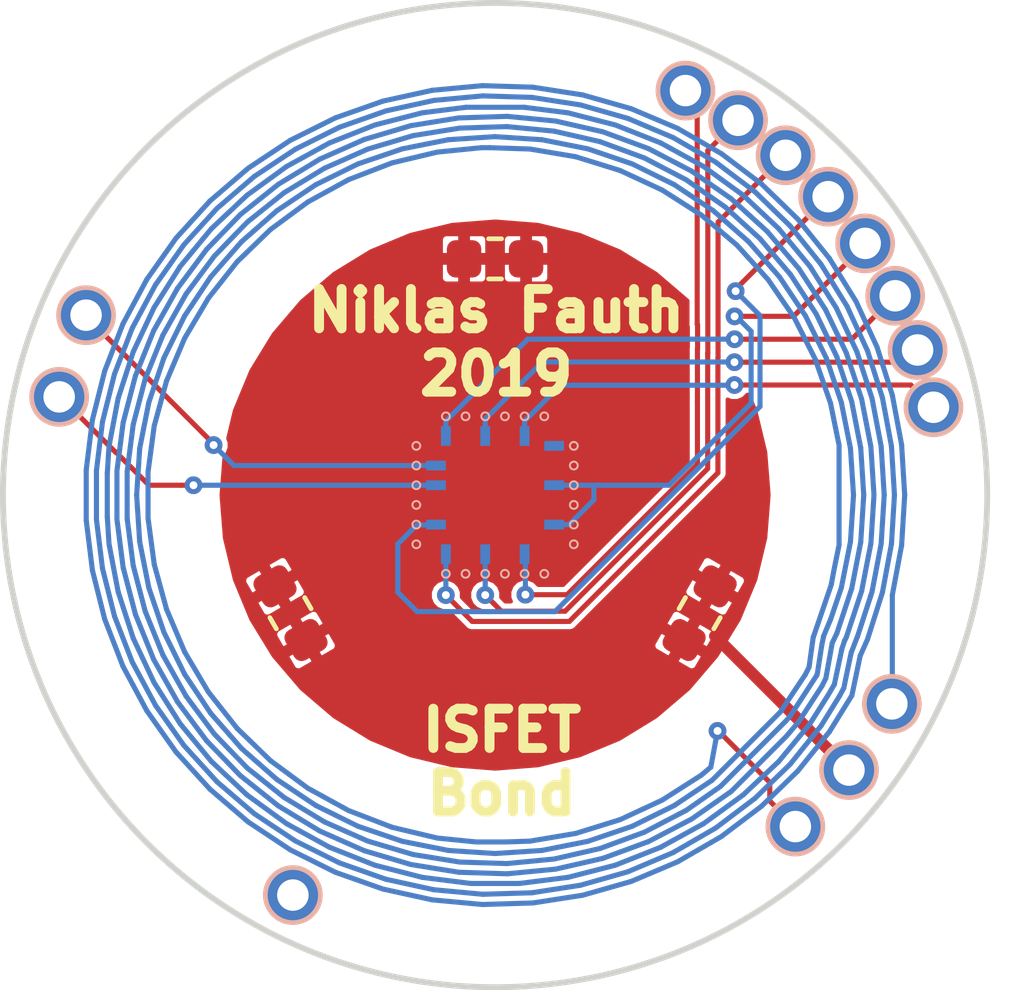
<source format=kicad_pcb>
(kicad_pcb (version 20171130) (host pcbnew 5.0.2-bee76a0~70~ubuntu18.04.1)

  (general
    (thickness 0.6)
    (drawings 11)
    (tracks 476)
    (zones 0)
    (modules 18)
    (nets 11)
  )

  (page A4)
  (layers
    (0 F.Cu signal)
    (31 B.Cu signal)
    (32 B.Adhes user hide)
    (33 F.Adhes user hide)
    (34 B.Paste user)
    (35 F.Paste user hide)
    (36 B.SilkS user)
    (37 F.SilkS user)
    (38 B.Mask user hide)
    (39 F.Mask user hide)
    (40 Dwgs.User user hide)
    (41 Cmts.User user hide)
    (42 Eco1.User user hide)
    (43 Eco2.User user)
    (44 Edge.Cuts user)
    (45 Margin user hide)
    (46 B.CrtYd user hide)
    (47 F.CrtYd user hide)
    (48 B.Fab user hide)
    (49 F.Fab user hide)
  )

  (setup
    (last_trace_width 0.13)
    (user_trace_width 0.089)
    (user_trace_width 0.1)
    (user_trace_width 0.2)
    (user_trace_width 0.3)
    (user_trace_width 0.5)
    (user_trace_width 0.8)
    (user_trace_width 1)
    (trace_clearance 0.13)
    (zone_clearance 0.1)
    (zone_45_only no)
    (trace_min 0.089)
    (segment_width 0.05)
    (edge_width 0.15)
    (via_size 0.45)
    (via_drill 0.2)
    (via_min_size 0.45)
    (via_min_drill 0.2)
    (uvia_size 0.3)
    (uvia_drill 0.1)
    (uvias_allowed no)
    (uvia_min_size 0.2)
    (uvia_min_drill 0.1)
    (pcb_text_width 0.3)
    (pcb_text_size 1.5 1.5)
    (mod_edge_width 0.15)
    (mod_text_size 0 0)
    (mod_text_width 0)
    (pad_size 1.3 1.3)
    (pad_drill 0.8)
    (pad_to_mask_clearance 0.051)
    (solder_mask_min_width 0.25)
    (aux_axis_origin 0 0)
    (visible_elements FFFFFF7F)
    (pcbplotparams
      (layerselection 0x018fc_ffffffff)
      (usegerberextensions false)
      (usegerberattributes false)
      (usegerberadvancedattributes false)
      (creategerberjobfile false)
      (excludeedgelayer true)
      (linewidth 0.100000)
      (plotframeref false)
      (viasonmask false)
      (mode 1)
      (useauxorigin false)
      (hpglpennumber 1)
      (hpglpenspeed 20)
      (hpglpendiameter 15.000000)
      (psnegative false)
      (psa4output false)
      (plotreference true)
      (plotvalue true)
      (plotinvisibletext false)
      (padsonsilk false)
      (subtractmaskfromsilk false)
      (outputformat 1)
      (mirror false)
      (drillshape 0)
      (scaleselection 1)
      (outputdirectory "gerber_V1.0"))
  )

  (net 0 "")
  (net 1 GNDD)
  (net 2 REFFET1_D2)
  (net 3 REFFET1_D3)
  (net 4 REFFET1_D4)
  (net 5 ISFET1_D4)
  (net 6 ISFET1_D3)
  (net 7 ISFET1_D2)
  (net 8 ISFET1_D1)
  (net 9 ELEC1)
  (net 10 O2_ELEC1)

  (net_class Default "This is the default net class."
    (clearance 0.13)
    (trace_width 0.13)
    (via_dia 0.45)
    (via_drill 0.2)
    (uvia_dia 0.3)
    (uvia_drill 0.1)
    (add_net ELEC1)
    (add_net GNDD)
    (add_net ISFET1_D1)
    (add_net ISFET1_D2)
    (add_net ISFET1_D3)
    (add_net ISFET1_D4)
    (add_net O2_ELEC1)
    (add_net REFFET1_D2)
    (add_net REFFET1_D3)
    (add_net REFFET1_D4)
  )

  (module Sensor_Voltage:ISFET_FC_MIN (layer F.Cu) (tedit 5D1CC44F) (tstamp 5CE83D9A)
    (at 110 80 90)
    (fp_text reference REF** (at -1.9 1.7 90) (layer F.SilkS) hide
      (effects (font (size 1 1) (thickness 0.15)))
    )
    (fp_text value ISFET_FC_MIN (at -0.4 -3.5 90) (layer F.Fab)
      (effects (font (size 1 1) (thickness 0.15)))
    )
    (fp_circle (center 2 -1.25) (end 2.1 -1.25) (layer B.SilkS) (width 0.05))
    (fp_circle (center 2 -0.75) (end 2.1 -0.75) (layer B.SilkS) (width 0.05))
    (fp_circle (center 2 -0.25) (end 2.1 -0.25) (layer B.SilkS) (width 0.05))
    (fp_circle (center 2 0.25) (end 2.1 0.25) (layer B.SilkS) (width 0.05))
    (fp_circle (center 2 0.75) (end 2.1 0.75) (layer B.SilkS) (width 0.05))
    (fp_circle (center 2 1.25) (end 2.1 1.25) (layer B.SilkS) (width 0.05))
    (fp_circle (center 1.25 2) (end 1.35 2) (layer B.SilkS) (width 0.05))
    (fp_circle (center 0.75 2) (end 0.85 2) (layer B.SilkS) (width 0.05))
    (fp_circle (center 0.25 2) (end 0.35 2) (layer B.SilkS) (width 0.05))
    (fp_circle (center -0.25 2) (end -0.15 2) (layer B.SilkS) (width 0.05))
    (fp_circle (center -0.75 2) (end -0.65 2) (layer B.SilkS) (width 0.05))
    (fp_circle (center -1.25 2) (end -1.15 2) (layer B.SilkS) (width 0.05))
    (fp_circle (center -2 0.75) (end -1.9 0.75) (layer B.SilkS) (width 0.05))
    (fp_circle (center -2 0.25) (end -1.9 0.25) (layer B.SilkS) (width 0.05))
    (fp_circle (center -2 -0.25) (end -1.9 -0.25) (layer B.SilkS) (width 0.05))
    (fp_circle (center -2 1.25) (end -1.9 1.25) (layer B.SilkS) (width 0.05))
    (fp_circle (center -2 -0.75) (end -1.9 -0.75) (layer B.SilkS) (width 0.05))
    (fp_circle (center -2 -1.25) (end -1.9 -1.25) (layer B.SilkS) (width 0.05))
    (fp_circle (center -0.25 -2) (end -0.15 -2) (layer B.SilkS) (width 0.05))
    (fp_circle (center -0.75 -2) (end -0.65 -2) (layer B.SilkS) (width 0.05))
    (fp_circle (center -1.25 -2) (end -1.15 -2) (layer B.SilkS) (width 0.05))
    (fp_circle (center 0.25 -2) (end 0.35 -2) (layer B.SilkS) (width 0.05))
    (fp_circle (center 0.75 -2) (end 0.85 -2) (layer B.SilkS) (width 0.05))
    (fp_circle (center 1.25 -2) (end 1.35 -2) (layer B.SilkS) (width 0.05))
    (pad D4i smd rect (at 1.5 -1.25 180) (size 0.25 0.5) (layers B.Cu B.Mask)
      (net 5 ISFET1_D4))
    (pad D3i smd rect (at 1.5 -0.25 180) (size 0.25 0.5) (layers B.Cu B.Mask)
      (net 6 ISFET1_D3))
    (pad D2i smd rect (at 1.5 0.75 180) (size 0.25 0.5) (layers B.Cu B.Mask)
      (net 7 ISFET1_D2))
    (pad ELEC smd rect (at 0.25 -1.5 270) (size 0.25 0.5) (layers B.Cu B.Mask)
      (net 9 ELEC1))
    (pad O2 smd rect (at 0.75 -1.5 270) (size 0.25 0.5) (layers B.Cu B.Mask)
      (net 10 O2_ELEC1))
    (pad G smd rect (at -0.75 -1.5 270) (size 0.25 0.5) (layers B.Cu B.Mask))
    (pad D3m smd rect (at -1.5 -0.25 180) (size 0.25 0.5) (layers B.Cu B.Mask)
      (net 3 REFFET1_D3))
    (pad D4m smd rect (at -1.5 -1.25 180) (size 0.25 0.5) (layers B.Cu B.Mask)
      (net 4 REFFET1_D4))
    (pad D2m smd rect (at -1.5 0.75 180) (size 0.25 0.5) (layers B.Cu B.Mask)
      (net 2 REFFET1_D2))
    (pad SUB smd rect (at -0.75 1.5 270) (size 0.25 0.5) (layers B.Cu B.Mask))
    (pad S smd rect (at 0.25 1.5 270) (size 0.25 0.5) (layers B.Cu B.Mask))
    (pad D1i smd rect (at 1.25 1.5 270) (size 0.25 0.5) (layers B.Cu B.Mask)
      (net 8 ISFET1_D1))
  )

  (module Capacitor_SMD:C_0603_1608Metric (layer F.Cu) (tedit 5CF6A4BC) (tstamp 5CF6B20E)
    (at 104.803848 83 300)
    (descr "Capacitor SMD 0603 (1608 Metric), square (rectangular) end terminal, IPC_7351 nominal, (Body size source: http://www.tortai-tech.com/upload/download/2011102023233369053.pdf), generated with kicad-footprint-generator")
    (tags capacitor)
    (attr smd)
    (fp_text reference REF** (at 0 -1.43 300) (layer F.SilkS) hide
      (effects (font (size 1 1) (thickness 0.15)))
    )
    (fp_text value C_0603_1608Metric (at 0 1.43 300) (layer F.Fab)
      (effects (font (size 1 1) (thickness 0.15)))
    )
    (fp_line (start -0.8 0.4) (end -0.8 -0.4) (layer F.Fab) (width 0.1))
    (fp_line (start -0.8 -0.4) (end 0.8 -0.4) (layer F.Fab) (width 0.1))
    (fp_line (start 0.8 -0.4) (end 0.8 0.4) (layer F.Fab) (width 0.1))
    (fp_line (start 0.8 0.4) (end -0.8 0.4) (layer F.Fab) (width 0.1))
    (fp_line (start -0.162779 -0.51) (end 0.162779 -0.51) (layer F.SilkS) (width 0.12))
    (fp_line (start -0.162779 0.51) (end 0.162779 0.51) (layer F.SilkS) (width 0.12))
    (fp_line (start -1.48 0.73) (end -1.48 -0.73) (layer F.CrtYd) (width 0.05))
    (fp_line (start -1.48 -0.73) (end 1.48 -0.73) (layer F.CrtYd) (width 0.05))
    (fp_line (start 1.48 -0.73) (end 1.48 0.73) (layer F.CrtYd) (width 0.05))
    (fp_line (start 1.48 0.73) (end -1.48 0.73) (layer F.CrtYd) (width 0.05))
    (fp_text user %R (at 0 0 300) (layer F.Fab)
      (effects (font (size 0.4 0.4) (thickness 0.06)))
    )
    (pad 1 smd roundrect (at -0.7875 0 300) (size 0.875 0.95) (layers F.Cu F.Paste F.Mask) (roundrect_rratio 0.25)
      (net 1 GNDD))
    (pad 2 smd roundrect (at 0.7875 0 300) (size 0.875 0.95) (layers F.Cu F.Paste F.Mask) (roundrect_rratio 0.25)
      (net 1 GNDD))
    (model ${KISYS3DMOD}/Capacitor_SMD.3dshapes/C_0603_1608Metric.wrl
      (at (xyz 0 0 0))
      (scale (xyz 1 1 1))
      (rotate (xyz 0 0 0))
    )
  )

  (module Capacitor_SMD:C_0603_1608Metric (layer F.Cu) (tedit 5CF6A4F9) (tstamp 5CF6B20E)
    (at 115.196152 83 60)
    (descr "Capacitor SMD 0603 (1608 Metric), square (rectangular) end terminal, IPC_7351 nominal, (Body size source: http://www.tortai-tech.com/upload/download/2011102023233369053.pdf), generated with kicad-footprint-generator")
    (tags capacitor)
    (attr smd)
    (fp_text reference REF** (at 0 -1.43 60) (layer F.SilkS) hide
      (effects (font (size 1 1) (thickness 0.15)))
    )
    (fp_text value C_0603_1608Metric (at 0 1.43 60) (layer F.Fab)
      (effects (font (size 1 1) (thickness 0.15)))
    )
    (fp_line (start -0.8 0.4) (end -0.8 -0.4) (layer F.Fab) (width 0.1))
    (fp_line (start -0.8 -0.4) (end 0.8 -0.4) (layer F.Fab) (width 0.1))
    (fp_line (start 0.8 -0.4) (end 0.8 0.4) (layer F.Fab) (width 0.1))
    (fp_line (start 0.8 0.4) (end -0.8 0.4) (layer F.Fab) (width 0.1))
    (fp_line (start -0.162779 -0.51) (end 0.162779 -0.51) (layer F.SilkS) (width 0.12))
    (fp_line (start -0.162779 0.51) (end 0.162779 0.51) (layer F.SilkS) (width 0.12))
    (fp_line (start -1.48 0.73) (end -1.48 -0.73) (layer F.CrtYd) (width 0.05))
    (fp_line (start -1.48 -0.73) (end 1.48 -0.73) (layer F.CrtYd) (width 0.05))
    (fp_line (start 1.48 -0.73) (end 1.48 0.73) (layer F.CrtYd) (width 0.05))
    (fp_line (start 1.48 0.73) (end -1.48 0.73) (layer F.CrtYd) (width 0.05))
    (fp_text user %R (at 0 0 60) (layer F.Fab)
      (effects (font (size 0.4 0.4) (thickness 0.06)))
    )
    (pad 1 smd roundrect (at -0.7875 0 60) (size 0.875 0.95) (layers F.Cu F.Paste F.Mask) (roundrect_rratio 0.25)
      (net 1 GNDD))
    (pad 2 smd roundrect (at 0.7875 0 60) (size 0.875 0.95) (layers F.Cu F.Paste F.Mask) (roundrect_rratio 0.25)
      (net 1 GNDD))
    (model ${KISYS3DMOD}/Capacitor_SMD.3dshapes/C_0603_1608Metric.wrl
      (at (xyz 0 0 0))
      (scale (xyz 1 1 1))
      (rotate (xyz 0 0 0))
    )
  )

  (module Capacitor_SMD:C_0603_1608Metric (layer F.Cu) (tedit 5CF6A524) (tstamp 5CF6B20E)
    (at 110 74 180)
    (descr "Capacitor SMD 0603 (1608 Metric), square (rectangular) end terminal, IPC_7351 nominal, (Body size source: http://www.tortai-tech.com/upload/download/2011102023233369053.pdf), generated with kicad-footprint-generator")
    (tags capacitor)
    (attr smd)
    (fp_text reference REF** (at 0 -1.43 180) (layer F.SilkS) hide
      (effects (font (size 1 1) (thickness 0.15)))
    )
    (fp_text value C_0603_1608Metric (at 0 1.43 180) (layer F.Fab)
      (effects (font (size 1 1) (thickness 0.15)))
    )
    (fp_line (start -0.8 0.4) (end -0.8 -0.4) (layer F.Fab) (width 0.1))
    (fp_line (start -0.8 -0.4) (end 0.8 -0.4) (layer F.Fab) (width 0.1))
    (fp_line (start 0.8 -0.4) (end 0.8 0.4) (layer F.Fab) (width 0.1))
    (fp_line (start 0.8 0.4) (end -0.8 0.4) (layer F.Fab) (width 0.1))
    (fp_line (start -0.162779 -0.51) (end 0.162779 -0.51) (layer F.SilkS) (width 0.12))
    (fp_line (start -0.162779 0.51) (end 0.162779 0.51) (layer F.SilkS) (width 0.12))
    (fp_line (start -1.48 0.73) (end -1.48 -0.73) (layer F.CrtYd) (width 0.05))
    (fp_line (start -1.48 -0.73) (end 1.48 -0.73) (layer F.CrtYd) (width 0.05))
    (fp_line (start 1.48 -0.73) (end 1.48 0.73) (layer F.CrtYd) (width 0.05))
    (fp_line (start 1.48 0.73) (end -1.48 0.73) (layer F.CrtYd) (width 0.05))
    (fp_text user %R (at 0 0 180) (layer F.Fab)
      (effects (font (size 0.4 0.4) (thickness 0.06)))
    )
    (pad 1 smd roundrect (at -0.7875 0 180) (size 0.875 0.95) (layers F.Cu F.Paste F.Mask) (roundrect_rratio 0.25)
      (net 1 GNDD))
    (pad 2 smd roundrect (at 0.7875 0 180) (size 0.875 0.95) (layers F.Cu F.Paste F.Mask) (roundrect_rratio 0.25)
      (net 1 GNDD))
    (model ${KISYS3DMOD}/Capacitor_SMD.3dshapes/C_0603_1608Metric.wrl
      (at (xyz 0 0 0))
      (scale (xyz 1 1 1))
      (rotate (xyz 0 0 0))
    )
  )

  (module TestPoint:TestPoint_Pad_D1.0mm (layer B.Cu) (tedit 5CF1B268) (tstamp 5CECF8A4)
    (at 99.61118 75.43038)
    (descr "SMD pad as test Point, diameter 1.0mm")
    (tags "test point SMD pad")
    (path /5CDFD244)
    (attr virtual)
    (fp_text reference J14 (at 0 1.448) (layer B.SilkS)
      (effects (font (size 0 0) (thickness 0.15)) (justify mirror))
    )
    (fp_text value PAD (at 0 -1.55) (layer B.Fab)
      (effects (font (size 1 1) (thickness 0.15)) (justify mirror))
    )
    (fp_circle (center 0 0) (end 0 -0.7) (layer B.SilkS) (width 0.12))
    (fp_circle (center 0 0) (end 1 0) (layer B.CrtYd) (width 0.05))
    (fp_text user %R (at 0 1.45) (layer B.Fab)
      (effects (font (size 1 1) (thickness 0.15)) (justify mirror))
    )
    (pad 1 thru_hole circle (at 0 0) (size 1.3 1.3) (drill 0.8) (layers *.Cu *.Mask)
      (net 10 O2_ELEC1))
  )

  (module TestPoint:TestPoint_Pad_D1.0mm (layer B.Cu) (tedit 5CF1BC88) (tstamp 5CECF89D)
    (at 117.6274 88.41994)
    (descr "SMD pad as test Point, diameter 1.0mm")
    (tags "test point SMD pad")
    (path /5CDD938E)
    (attr virtual)
    (fp_text reference J16 (at 0 1.448) (layer B.SilkS)
      (effects (font (size 0 0) (thickness 0.15)) (justify mirror))
    )
    (fp_text value PAD (at 0 -1.55) (layer B.Fab)
      (effects (font (size 1 1) (thickness 0.15)) (justify mirror))
    )
    (fp_text user %R (at 0 1.45) (layer B.Fab)
      (effects (font (size 1 1) (thickness 0.15)) (justify mirror))
    )
    (fp_circle (center 0 0) (end 1 0) (layer B.CrtYd) (width 0.05))
    (fp_circle (center 0 0) (end 0 -0.7) (layer B.SilkS) (width 0.12))
    (pad 1 thru_hole circle (at 0 0) (size 1.3 1.3) (drill 0.8) (layers *.Cu *.Mask)
      (net 1 GNDD))
  )

  (module TestPoint:TestPoint_Pad_D1.0mm (layer B.Cu) (tedit 5A0F774F) (tstamp 5CECF896)
    (at 104.8639 90.15984)
    (descr "SMD pad as test Point, diameter 1.0mm")
    (tags "test point SMD pad")
    (path /5CDEB415)
    (attr virtual)
    (fp_text reference J15 (at 0 1.448) (layer B.SilkS)
      (effects (font (size 0 0) (thickness 0.15)) (justify mirror))
    )
    (fp_text value PAD (at 0 -1.55) (layer B.Fab)
      (effects (font (size 1 1) (thickness 0.15)) (justify mirror))
    )
    (fp_circle (center 0 0) (end 0 -0.7) (layer B.SilkS) (width 0.12))
    (fp_circle (center 0 0) (end 1 0) (layer B.CrtYd) (width 0.05))
    (fp_text user %R (at 0 1.45) (layer B.Fab)
      (effects (font (size 1 1) (thickness 0.15)) (justify mirror))
    )
    (pad 1 thru_hole circle (at 0 0) (size 1.3 1.3) (drill 0.8) (layers *.Cu *.Mask))
  )

  (module TestPoint:TestPoint_Pad_D1.0mm (layer B.Cu) (tedit 5CF1B26F) (tstamp 5CECF88F)
    (at 98.92792 77.50556)
    (descr "SMD pad as test Point, diameter 1.0mm")
    (tags "test point SMD pad")
    (path /5CE0F070)
    (attr virtual)
    (fp_text reference J13 (at 0 1.448) (layer B.SilkS)
      (effects (font (size 0 0) (thickness 0.15)) (justify mirror))
    )
    (fp_text value PAD (at 0 -1.55) (layer B.Fab)
      (effects (font (size 1 1) (thickness 0.15)) (justify mirror))
    )
    (fp_text user %R (at 0 1.45) (layer B.Fab)
      (effects (font (size 1 1) (thickness 0.15)) (justify mirror))
    )
    (fp_circle (center 0 0) (end 1 0) (layer B.CrtYd) (width 0.05))
    (fp_circle (center 0 0) (end 0 -0.7) (layer B.SilkS) (width 0.12))
    (pad 1 thru_hole circle (at 0 0) (size 1.3 1.3) (drill 0.8) (layers *.Cu *.Mask)
      (net 9 ELEC1))
  )

  (module TestPoint:TestPoint_Pad_D1.0mm (layer B.Cu) (tedit 5CF1B204) (tstamp 5CECF888)
    (at 120.73128 76.3143 45)
    (descr "SMD pad as test Point, diameter 1.0mm")
    (tags "test point SMD pad")
    (path /5CEF6C5D)
    (attr virtual)
    (fp_text reference J2 (at 0 1.448001 45) (layer B.SilkS)
      (effects (font (size 0 0) (thickness 0.15)) (justify mirror))
    )
    (fp_text value PAD (at 0 -1.550001 45) (layer B.Fab)
      (effects (font (size 1 1) (thickness 0.15)) (justify mirror))
    )
    (fp_circle (center 0 0) (end 0 -0.7) (layer B.SilkS) (width 0.12))
    (fp_circle (center 0 0) (end 1 0) (layer B.CrtYd) (width 0.05))
    (fp_text user %R (at 0 1.45 45) (layer B.Fab)
      (effects (font (size 1 1) (thickness 0.15)) (justify mirror))
    )
    (pad 1 thru_hole circle (at 0 0 45) (size 1.3 1.3) (drill 0.8) (layers *.Cu *.Mask)
      (net 6 ISFET1_D3))
  )

  (module TestPoint:TestPoint_Pad_D1.0mm (layer B.Cu) (tedit 5CF1B464) (tstamp 5CECF881)
    (at 121.13514 77.76972 45)
    (descr "SMD pad as test Point, diameter 1.0mm")
    (tags "test point SMD pad")
    (path /5CEF6AD6)
    (attr virtual)
    (fp_text reference J1 (at 0 1.448001 45) (layer B.SilkS)
      (effects (font (size 0 0) (thickness 0.15)) (justify mirror))
    )
    (fp_text value PAD (at 0 -1.550001 45) (layer B.Fab)
      (effects (font (size 1 1) (thickness 0.15)) (justify mirror))
    )
    (fp_text user %R (at 0 1.45 45) (layer B.Fab)
      (effects (font (size 1 1) (thickness 0.15)) (justify mirror))
    )
    (fp_circle (center 0 0) (end 1 0) (layer B.CrtYd) (width 0.05))
    (fp_circle (center 0 0) (end 0 -0.7) (layer B.SilkS) (width 0.12))
    (pad 1 thru_hole circle (at 0 0 45) (size 1.3 1.3) (drill 0.8) (layers *.Cu *.Mask)
      (net 7 ISFET1_D2))
  )

  (module TestPoint:TestPoint_Pad_D1.0mm (layer B.Cu) (tedit 5CF1B457) (tstamp 5CECF87A)
    (at 114.83594 69.72554 45)
    (descr "SMD pad as test Point, diameter 1.0mm")
    (tags "test point SMD pad")
    (path /5CEF7315)
    (attr virtual)
    (fp_text reference J10 (at 0 1.448001 45) (layer B.SilkS)
      (effects (font (size 0 0) (thickness 0.15)) (justify mirror))
    )
    (fp_text value PAD (at 0 -1.550001 45) (layer B.Fab)
      (effects (font (size 1 1) (thickness 0.15)) (justify mirror))
    )
    (fp_circle (center 0 0) (end 0 -0.7) (layer B.SilkS) (width 0.12))
    (fp_circle (center 0 0) (end 1 0) (layer B.CrtYd) (width 0.05))
    (fp_text user %R (at 0 1.45 45) (layer B.Fab)
      (effects (font (size 1 1) (thickness 0.15)) (justify mirror))
    )
    (pad 1 thru_hole circle (at 0 0 45) (size 1.3 1.3) (drill 0.8) (layers *.Cu *.Mask)
      (net 2 REFFET1_D2))
  )

  (module TestPoint:TestPoint_Pad_D1.0mm (layer B.Cu) (tedit 5CF1B1D1) (tstamp 5CECF873)
    (at 116.17198 70.47992 45)
    (descr "SMD pad as test Point, diameter 1.0mm")
    (tags "test point SMD pad")
    (path /5CEF728D)
    (attr virtual)
    (fp_text reference J9 (at 0 1.448001 45) (layer B.SilkS)
      (effects (font (size 0 0) (thickness 0.15)) (justify mirror))
    )
    (fp_text value PAD (at 0 -1.550001 45) (layer B.Fab)
      (effects (font (size 1 1) (thickness 0.15)) (justify mirror))
    )
    (fp_text user %R (at 0 1.45 45) (layer B.Fab)
      (effects (font (size 1 1) (thickness 0.15)) (justify mirror))
    )
    (fp_circle (center 0 0) (end 1 0) (layer B.CrtYd) (width 0.05))
    (fp_circle (center 0 0) (end 0 -0.7) (layer B.SilkS) (width 0.12))
    (pad 1 thru_hole circle (at 0 0 45) (size 1.3 1.3) (drill 0.8) (layers *.Cu *.Mask)
      (net 3 REFFET1_D3))
  )

  (module TestPoint:TestPoint_Pad_D1.0mm (layer B.Cu) (tedit 5A0F774F) (tstamp 5CECF86C)
    (at 120.0785 85.30336)
    (descr "SMD pad as test Point, diameter 1.0mm")
    (tags "test point SMD pad")
    (path /5CF39F50)
    (attr virtual)
    (fp_text reference J8 (at 0 1.448) (layer B.SilkS)
      (effects (font (size 0 0) (thickness 0.15)) (justify mirror))
    )
    (fp_text value PAD (at 0 -1.55) (layer B.Fab)
      (effects (font (size 1 1) (thickness 0.15)) (justify mirror))
    )
    (fp_circle (center 0 0) (end 0 -0.7) (layer B.SilkS) (width 0.12))
    (fp_circle (center 0 0) (end 1 0) (layer B.CrtYd) (width 0.05))
    (fp_text user %R (at 0 1.45) (layer B.Fab)
      (effects (font (size 1 1) (thickness 0.15)) (justify mirror))
    )
    (pad 1 thru_hole circle (at 0 0) (size 1.3 1.3) (drill 0.8) (layers *.Cu *.Mask))
  )

  (module TestPoint:TestPoint_Pad_D1.0mm (layer B.Cu) (tedit 5CF1B453) (tstamp 5CECF865)
    (at 117.37848 71.36892 45)
    (descr "SMD pad as test Point, diameter 1.0mm")
    (tags "test point SMD pad")
    (path /5CEF7207)
    (attr virtual)
    (fp_text reference J7 (at 0 1.448001 45) (layer B.SilkS)
      (effects (font (size 0 0) (thickness 0.15)) (justify mirror))
    )
    (fp_text value PAD (at 0 -1.550001 45) (layer B.Fab)
      (effects (font (size 1 1) (thickness 0.15)) (justify mirror))
    )
    (fp_text user %R (at 0 1.45 45) (layer B.Fab)
      (effects (font (size 1 1) (thickness 0.15)) (justify mirror))
    )
    (fp_circle (center 0 0) (end 1 0) (layer B.CrtYd) (width 0.05))
    (fp_circle (center 0 0) (end 0 -0.7) (layer B.SilkS) (width 0.12))
    (pad 1 thru_hole circle (at 0 0 45) (size 1.3 1.3) (drill 0.8) (layers *.Cu *.Mask)
      (net 4 REFFET1_D4))
  )

  (module TestPoint:TestPoint_Pad_D1.0mm (layer B.Cu) (tedit 5D1CC4C9) (tstamp 5CECF85E)
    (at 118.46052 72.42048 45)
    (descr "SMD pad as test Point, diameter 1.0mm")
    (tags "test point SMD pad")
    (path /5CEF7189)
    (attr virtual)
    (fp_text reference J5 (at 0 1.448001 45) (layer B.SilkS)
      (effects (font (size 0 0) (thickness 0.15)) (justify mirror))
    )
    (fp_text value PAD (at 0 -1.550001 45) (layer B.Fab)
      (effects (font (size 1 1) (thickness 0.15)) (justify mirror))
    )
    (fp_circle (center 0 0) (end 0 -0.7) (layer B.SilkS) (width 0.12))
    (fp_circle (center 0 0) (end 1 0) (layer B.CrtYd) (width 0.05))
    (fp_text user %R (at 0 1.45 45) (layer B.Fab)
      (effects (font (size 1 1) (thickness 0.15)) (justify mirror))
    )
    (pad 1 thru_hole circle (at 0 0 45) (size 1.3 1.3) (drill 0.8) (layers *.Cu *.Mask))
  )

  (module TestPoint:TestPoint_Pad_D1.0mm (layer B.Cu) (tedit 5CF6A8E5) (tstamp 5CECF857)
    (at 119.40032 73.60666 45)
    (descr "SMD pad as test Point, diameter 1.0mm")
    (tags "test point SMD pad")
    (path /5CEF6D5F)
    (attr virtual)
    (fp_text reference J4 (at 0 1.448001 45) (layer B.SilkS)
      (effects (font (size 0 0) (thickness 0.15)) (justify mirror))
    )
    (fp_text value PAD (at 0 -1.550001 45) (layer B.Fab)
      (effects (font (size 1 1) (thickness 0.15)) (justify mirror))
    )
    (fp_circle (center 0 0) (end 0 -0.7) (layer B.SilkS) (width 0.12))
    (fp_circle (center 0 0) (end 1 0) (layer B.CrtYd) (width 0.05))
    (fp_text user %R (at 0 1.45 45) (layer B.Fab)
      (effects (font (size 1 1) (thickness 0.15)) (justify mirror))
    )
    (pad 1 thru_hole circle (at 0 0 45) (size 1.3 1.3) (drill 0.8) (layers *.Cu *.Mask))
  )

  (module TestPoint:TestPoint_Pad_D1.0mm (layer B.Cu) (tedit 5CF1B45F) (tstamp 5CECF850)
    (at 120.16232 74.93762 45)
    (descr "SMD pad as test Point, diameter 1.0mm")
    (tags "test point SMD pad")
    (path /5CEF6CDF)
    (attr virtual)
    (fp_text reference J3 (at 0 1.448001 45) (layer B.SilkS)
      (effects (font (size 0 0) (thickness 0.15)) (justify mirror))
    )
    (fp_text value PAD (at 0 -1.550001 45) (layer B.Fab)
      (effects (font (size 1 1) (thickness 0.15)) (justify mirror))
    )
    (fp_circle (center 0 0) (end 0 -0.7) (layer B.SilkS) (width 0.12))
    (fp_circle (center 0 0) (end 1 0) (layer B.CrtYd) (width 0.05))
    (fp_text user %R (at 0 1.45 45) (layer B.Fab)
      (effects (font (size 1 1) (thickness 0.15)) (justify mirror))
    )
    (pad 1 thru_hole circle (at 0 0 45) (size 1.3 1.3) (drill 0.8) (layers *.Cu *.Mask)
      (net 5 ISFET1_D4))
  )

  (module TestPoint:TestPoint_Pad_D1.0mm (layer B.Cu) (tedit 5CF6A624) (tstamp 5CECF849)
    (at 118.98884 86.98484)
    (descr "SMD pad as test Point, diameter 1.0mm")
    (tags "test point SMD pad")
    (path /5CF40568)
    (attr virtual)
    (fp_text reference J6 (at 0 1.448) (layer B.SilkS)
      (effects (font (size 0 0) (thickness 0.15)) (justify mirror))
    )
    (fp_text value PAD (at 0 -1.55) (layer B.Fab)
      (effects (font (size 1 1) (thickness 0.15)) (justify mirror))
    )
    (fp_text user %R (at 0 1.45) (layer B.Fab)
      (effects (font (size 1 1) (thickness 0.15)) (justify mirror))
    )
    (fp_circle (center 0 0) (end 1 0) (layer B.CrtYd) (width 0.05))
    (fp_circle (center 0 0) (end 0 -0.7) (layer B.SilkS) (width 0.12))
    (pad 1 thru_hole circle (at 0 0) (size 1.3 1.3) (drill 0.8) (layers *.Cu *.Mask)
      (net 1 GNDD))
  )

  (gr_circle (center 109.3 80.7) (end 109.8 80.7) (layer Eco2.User) (width 0.05) (tstamp 5D1CDD23))
  (gr_circle (center 110.7 80.7) (end 111.2 80.7) (layer Eco2.User) (width 0.05) (tstamp 5D1CDD23))
  (gr_circle (center 110.7 79.3) (end 111.2 79.3) (layer Eco2.User) (width 0.05) (tstamp 5D1CDD23))
  (gr_circle (center 109.3 79.3) (end 109.8 79.3) (layer Eco2.User) (width 0.05) (tstamp 5D1CDD12))
  (gr_line (start 111.05 81.05) (end 111.05 78.95) (layer Eco2.User) (width 0.05))
  (gr_line (start 108.95 81.05) (end 111.05 81.05) (layer Eco2.User) (width 0.05))
  (gr_line (start 108.95 78.95) (end 108.95 81.05) (layer Eco2.User) (width 0.05))
  (gr_line (start 111.05 78.95) (end 108.95 78.95) (layer Eco2.User) (width 0.05))
  (gr_text "Niklas Fauth\n2019" (at 110.03 76.12) (layer F.SilkS) (tstamp 5CEC3529)
    (effects (font (size 1 1) (thickness 0.25)))
  )
  (gr_text "ISFET\nBond" (at 110.17 86.78) (layer F.SilkS) (tstamp 5CE83DBD)
    (effects (font (size 1 1) (thickness 0.25)))
  )
  (gr_arc (start 110 80) (end 118.034845 70.424443) (angle 360) (layer Edge.Cuts) (width 0.15))

  (segment (start 119.204237 83.595763) (end 119.55 82.531613) (width 0.13) (layer B.Cu) (net 0))
  (segment (start 114.677858 88.1) (end 114.854425 88.007885) (width 0.13) (layer B.Cu) (net 0))
  (segment (start 114.854425 88.007885) (end 115.722978 87.402021) (width 0.13) (layer B.Cu) (net 0))
  (segment (start 114.675 88.1) (end 114.677858 88.1) (width 0.13) (layer B.Cu) (net 0))
  (segment (start 117.504743 85.600937) (end 118.159361 84.595267) (width 0.13) (layer B.Cu) (net 0))
  (segment (start 115.722978 87.402021) (end 117.394124 85.730876) (width 0.13) (layer B.Cu) (net 0))
  (segment (start 118.159361 84.595267) (end 118.175 84.562794) (width 0.13) (layer B.Cu) (net 0))
  (segment (start 117.394124 85.730876) (end 117.504743 85.600937) (width 0.13) (layer B.Cu) (net 0))
  (segment (start 113.790542 88.562912) (end 114.67188 88.103119) (width 0.13) (layer B.Cu) (net 0))
  (segment (start 102.151822 85.108601) (end 102.869522 86.070252) (width 0.13) (layer B.Cu) (net 0))
  (segment (start 100.808303 78.209923) (end 100.654857 79.400015) (width 0.13) (layer B.Cu) (net 0))
  (segment (start 107.916233 89.129599) (end 109.100808 89.321111) (width 0.13) (layer B.Cu) (net 0))
  (segment (start 101.56298 84.063052) (end 102.151822 85.108601) (width 0.13) (layer B.Cu) (net 0))
  (segment (start 101.112676 77.04921) (end 100.808303 78.209923) (width 0.13) (layer B.Cu) (net 0))
  (segment (start 101.112675 82.950788) (end 101.56298 84.063052) (width 0.13) (layer B.Cu) (net 0))
  (segment (start 101.562981 75.936946) (end 101.112676 77.04921) (width 0.13) (layer B.Cu) (net 0))
  (segment (start 100.808302 81.790076) (end 101.112675 82.950788) (width 0.13) (layer B.Cu) (net 0))
  (segment (start 102.151822 74.891399) (end 101.562981 75.936946) (width 0.13) (layer B.Cu) (net 0))
  (segment (start 100.654857 80.599984) (end 100.808302 81.790076) (width 0.13) (layer B.Cu) (net 0))
  (segment (start 110.300146 70.640428) (end 109.10081 70.678887) (width 0.13) (layer B.Cu) (net 0))
  (segment (start 110.300146 89.359571) (end 111.494545 89.244351) (width 0.13) (layer B.Cu) (net 0))
  (segment (start 102.869523 73.929746) (end 102.151822 74.891399) (width 0.13) (layer B.Cu) (net 0))
  (segment (start 104.64248 72.319593) (end 103.71879 73.05621) (width 0.13) (layer B.Cu) (net 0))
  (segment (start 105.668614 71.697543) (end 104.64248 72.319593) (width 0.13) (layer B.Cu) (net 0))
  (segment (start 106.765871 71.211821) (end 105.668614 71.697543) (width 0.13) (layer B.Cu) (net 0))
  (segment (start 107.916233 70.870399) (end 106.765871 71.211821) (width 0.13) (layer B.Cu) (net 0))
  (segment (start 109.10081 70.678887) (end 107.916233 70.870399) (width 0.13) (layer B.Cu) (net 0))
  (segment (start 119.364384 80) (end 119.287503 78.802516) (width 0.13) (layer B.Cu) (net 0))
  (segment (start 119.287502 81.197484) (end 119.364384 80) (width 0.13) (layer B.Cu) (net 0))
  (segment (start 113.790543 71.437088) (end 112.664419 71.022665) (width 0.13) (layer B.Cu) (net 0))
  (segment (start 103.614367 73.160633) (end 102.869523 73.929746) (width 0.13) (layer B.Cu) (net 0))
  (segment (start 119.058121 82.375313) (end 119.287502 81.197484) (width 0.13) (layer B.Cu) (net 0))
  (segment (start 119.058122 77.624687) (end 118.680005 76.485858) (width 0.13) (layer B.Cu) (net 0))
  (segment (start 103.71879 73.05621) (end 103.614367 73.160633) (width 0.13) (layer B.Cu) (net 0))
  (segment (start 118.680003 83.514143) (end 119.058121 82.375313) (width 0.13) (layer B.Cu) (net 0))
  (segment (start 118.680005 76.485858) (end 118.159364 75.404736) (width 0.13) (layer B.Cu) (net 0))
  (segment (start 119.287503 78.802516) (end 119.058122 77.624687) (width 0.13) (layer B.Cu) (net 0))
  (segment (start 118.159364 75.404736) (end 117.504744 74.399064) (width 0.13) (layer B.Cu) (net 0))
  (segment (start 111.494546 70.755649) (end 110.300146 70.640428) (width 0.13) (layer B.Cu) (net 0))
  (segment (start 117.504744 74.399064) (end 116.726901 73.485365) (width 0.13) (layer B.Cu) (net 0))
  (segment (start 116.726901 73.485365) (end 115.838593 72.678626) (width 0.13) (layer B.Cu) (net 0))
  (segment (start 100.654857 79.400015) (end 100.654857 80.599984) (width 0.13) (layer B.Cu) (net 0))
  (segment (start 102.869522 86.070252) (end 103.704317 86.932247) (width 0.13) (layer B.Cu) (net 0))
  (segment (start 109.100808 89.321111) (end 110.300146 89.359571) (width 0.13) (layer B.Cu) (net 0))
  (segment (start 112.664419 71.022665) (end 111.494546 70.755649) (width 0.13) (layer B.Cu) (net 0))
  (segment (start 115.838593 72.678626) (end 114.854424 71.992113) (width 0.13) (layer B.Cu) (net 0))
  (segment (start 118.558451 83.766549) (end 118.680003 83.514143) (width 0.13) (layer B.Cu) (net 0))
  (segment (start 114.854424 71.992113) (end 113.790543 71.437088) (width 0.13) (layer B.Cu) (net 0))
  (segment (start 103.704317 86.932247) (end 104.642479 87.680405) (width 0.13) (layer B.Cu) (net 0))
  (segment (start 104.642479 87.680405) (end 105.668614 88.302455) (width 0.13) (layer B.Cu) (net 0))
  (segment (start 105.668614 88.302455) (end 106.76587 88.788177) (width 0.13) (layer B.Cu) (net 0))
  (segment (start 106.76587 88.788177) (end 107.916233 89.129599) (width 0.13) (layer B.Cu) (net 0))
  (segment (start 111.494545 89.244351) (end 112.664418 88.977335) (width 0.13) (layer B.Cu) (net 0))
  (segment (start 112.664418 88.977335) (end 113.790542 88.562912) (width 0.13) (layer B.Cu) (net 0))
  (segment (start 119.063502 85.086498) (end 119.275 84.075) (width 0.13) (layer B.Cu) (net 0))
  (segment (start 119.063502 85.088503) (end 119.063502 85.086498) (width 0.13) (layer B.Cu) (net 0))
  (segment (start 117.688968 87.009416) (end 118.492062 86.011408) (width 0.13) (layer B.Cu) (net 0))
  (segment (start 116.769314 87.901173) (end 117.688968 87.009416) (width 0.13) (layer B.Cu) (net 0))
  (segment (start 115.747042 88.673157) (end 116.769314 87.901173) (width 0.13) (layer B.Cu) (net 0))
  (segment (start 113.457954 89.812987) (end 114.637643 89.313669) (width 0.13) (layer B.Cu) (net 0))
  (segment (start 112.225835 90.163554) (end 113.457954 89.812987) (width 0.13) (layer B.Cu) (net 0))
  (segment (start 110.959998 90.360046) (end 112.225835 90.163554) (width 0.13) (layer B.Cu) (net 0))
  (segment (start 109.679596 90.399495) (end 110.959998 90.360046) (width 0.13) (layer B.Cu) (net 0))
  (segment (start 108.404061 90.281299) (end 109.679596 90.399495) (width 0.13) (layer B.Cu) (net 0))
  (segment (start 114.637643 89.313669) (end 115.747042 88.673157) (width 0.13) (layer B.Cu) (net 0))
  (segment (start 107.152698 90.007248) (end 108.404061 90.281299) (width 0.13) (layer B.Cu) (net 0))
  (segment (start 105.944508 89.5815) (end 107.152698 90.007248) (width 0.13) (layer B.Cu) (net 0))
  (segment (start 102.757122 87.469464) (end 103.729928 88.302912) (width 0.13) (layer B.Cu) (net 0))
  (segment (start 101.894113 86.522787) (end 102.757122 87.469464) (width 0.13) (layer B.Cu) (net 0))
  (segment (start 119.166429 75.077728) (end 118.492063 73.988592) (width 0.13) (layer B.Cu) (net 0))
  (segment (start 113.457959 70.187014) (end 112.225837 69.836446) (width 0.13) (layer B.Cu) (net 0))
  (segment (start 119.701842 76.241488) (end 119.166429 75.077728) (width 0.13) (layer B.Cu) (net 0))
  (segment (start 117.688972 72.990586) (end 116.769315 72.098827) (width 0.13) (layer B.Cu) (net 0))
  (segment (start 118.492063 73.988592) (end 117.688972 72.990586) (width 0.13) (layer B.Cu) (net 0))
  (segment (start 118.492062 86.011408) (end 119.063502 85.088503) (width 0.13) (layer B.Cu) (net 0))
  (segment (start 120.090187 77.462227) (end 119.701842 76.241488) (width 0.13) (layer B.Cu) (net 0))
  (segment (start 120.090186 85.059814) (end 120.090186 82.537773) (width 0.13) (layer B.Cu) (net 0))
  (segment (start 120.325569 81.278579) (end 120.40443 80) (width 0.13) (layer B.Cu) (net 0))
  (segment (start 120.090186 82.537773) (end 120.325569 81.278579) (width 0.13) (layer B.Cu) (net 0))
  (segment (start 119.975 85.175) (end 120.090186 85.059814) (width 0.13) (layer B.Cu) (net 0))
  (segment (start 104.797789 89.010502) (end 105.944508 89.5815) (width 0.13) (layer B.Cu) (net 0))
  (segment (start 99.772722 81.911799) (end 100.085179 83.154125) (width 0.13) (layer B.Cu) (net 0))
  (segment (start 120.40443 80) (end 120.32557 78.721421) (width 0.13) (layer B.Cu) (net 0))
  (segment (start 114.637648 70.686333) (end 113.457959 70.187014) (width 0.13) (layer B.Cu) (net 0))
  (segment (start 116.769315 72.098827) (end 115.747043 71.326843) (width 0.13) (layer B.Cu) (net 0))
  (segment (start 115.747043 71.326843) (end 114.637648 70.686333) (width 0.13) (layer B.Cu) (net 0))
  (segment (start 120.32557 78.721421) (end 120.090187 77.462227) (width 0.13) (layer B.Cu) (net 0))
  (segment (start 100.08518 76.845874) (end 99.772723 78.088199) (width 0.13) (layer B.Cu) (net 0))
  (segment (start 109.679596 69.600504) (end 108.40407 69.718697) (width 0.13) (layer B.Cu) (net 0))
  (segment (start 108.40407 69.718697) (end 107.152699 69.99275) (width 0.13) (layer B.Cu) (net 0))
  (segment (start 107.152699 69.99275) (end 105.944509 70.418498) (width 0.13) (layer B.Cu) (net 0))
  (segment (start 112.225837 69.836446) (end 110.96 69.639954) (width 0.13) (layer B.Cu) (net 0))
  (segment (start 105.944509 70.418498) (end 104.79779 70.989496) (width 0.13) (layer B.Cu) (net 0))
  (segment (start 104.79779 70.989496) (end 103.729929 71.697086) (width 0.13) (layer B.Cu) (net 0))
  (segment (start 103.729929 71.697086) (end 102.757125 72.530533) (width 0.13) (layer B.Cu) (net 0))
  (segment (start 99.615304 80.64051) (end 99.635082 80.80024) (width 0.13) (layer B.Cu) (net 0))
  (segment (start 110.96 69.639954) (end 109.679596 69.600504) (width 0.13) (layer B.Cu) (net 0))
  (segment (start 102.757125 72.530533) (end 101.894114 73.477211) (width 0.13) (layer B.Cu) (net 0))
  (segment (start 100.547933 75.651368) (end 100.08518 76.845874) (width 0.13) (layer B.Cu) (net 0))
  (segment (start 101.153973 74.522776) (end 100.547933 75.651368) (width 0.13) (layer B.Cu) (net 0))
  (segment (start 99.772723 78.088199) (end 99.615304 79.359488) (width 0.13) (layer B.Cu) (net 0))
  (segment (start 99.615304 79.359488) (end 99.615304 80.64051) (width 0.13) (layer B.Cu) (net 0))
  (segment (start 103.729928 88.302912) (end 104.797789 89.010502) (width 0.13) (layer B.Cu) (net 0))
  (segment (start 101.894114 73.477211) (end 101.153973 74.522776) (width 0.13) (layer B.Cu) (net 0))
  (segment (start 99.635082 80.80024) (end 99.772722 81.911799) (width 0.13) (layer B.Cu) (net 0))
  (segment (start 100.547931 84.348629) (end 101.153972 85.477223) (width 0.13) (layer B.Cu) (net 0))
  (segment (start 100.085179 83.154125) (end 100.547931 84.348629) (width 0.13) (layer B.Cu) (net 0))
  (segment (start 101.153972 85.477223) (end 101.894113 86.522787) (width 0.13) (layer B.Cu) (net 0))
  (segment (start 119.04472 84.00542) (end 119.19966 83.60156) (width 0.13) (layer B.Cu) (net 0))
  (segment (start 118.8593 84.89696) (end 118.91264 84.6328) (width 0.13) (layer B.Cu) (net 0))
  (segment (start 118.75 85.101871) (end 118.8593 84.89696) (width 0.13) (layer B.Cu) (net 0))
  (segment (start 118.279851 85.861187) (end 118.75 85.101871) (width 0.13) (layer B.Cu) (net 0))
  (segment (start 117.496826 86.834255) (end 118.279851 85.861187) (width 0.13) (layer B.Cu) (net 0))
  (segment (start 116.600154 87.703727) (end 117.496826 86.834255) (width 0.13) (layer B.Cu) (net 0))
  (segment (start 115.603427 88.45642) (end 116.600154 87.703727) (width 0.13) (layer B.Cu) (net 0))
  (segment (start 118.91264 84.6328) (end 119.04472 84.00542) (width 0.13) (layer B.Cu) (net 0))
  (segment (start 114.521755 89.080924) (end 115.603427 88.45642) (width 0.13) (layer B.Cu) (net 0))
  (segment (start 113.371542 89.567767) (end 114.521755 89.080924) (width 0.13) (layer B.Cu) (net 0))
  (segment (start 112.170214 89.909573) (end 113.371542 89.567767) (width 0.13) (layer B.Cu) (net 0))
  (segment (start 110.936008 90.101155) (end 112.170214 89.909573) (width 0.13) (layer B.Cu) (net 0))
  (segment (start 109.687603 90.139618) (end 110.936008 90.101155) (width 0.13) (layer B.Cu) (net 0))
  (segment (start 108.443943 90.024376) (end 109.687603 90.139618) (width 0.13) (layer B.Cu) (net 0))
  (segment (start 107.223843 89.757172) (end 108.443943 90.024376) (width 0.13) (layer B.Cu) (net 0))
  (segment (start 106.045858 89.342067) (end 107.223843 89.757172) (width 0.13) (layer B.Cu) (net 0))
  (segment (start 104.927789 88.785336) (end 106.045858 89.342067) (width 0.13) (layer B.Cu) (net 0))
  (segment (start 120.067541 78.753372) (end 119.83804 77.525644) (width 0.13) (layer B.Cu) (net 0))
  (segment (start 115.603429 71.54358) (end 114.521756 70.919076) (width 0.13) (layer B.Cu) (net 0))
  (segment (start 116.600155 72.296272) (end 115.603429 71.54358) (width 0.13) (layer B.Cu) (net 0))
  (segment (start 119.838039 82.474356) (end 120.06754 81.246628) (width 0.13) (layer B.Cu) (net 0))
  (segment (start 117.496827 73.165745) (end 116.600155 72.296272) (width 0.13) (layer B.Cu) (net 0))
  (segment (start 119.459399 83.664589) (end 119.838039 82.474356) (width 0.13) (layer B.Cu) (net 0))
  (segment (start 114.521756 70.919076) (end 113.371547 70.432234) (width 0.13) (layer B.Cu) (net 0))
  (segment (start 119.4594 76.335412) (end 119.459125 76.334813) (width 0.13) (layer B.Cu) (net 0))
  (segment (start 119.27332 84.08416) (end 119.459399 83.664589) (width 0.13) (layer B.Cu) (net 0))
  (segment (start 118.279851 74.138812) (end 117.496827 73.165745) (width 0.13) (layer B.Cu) (net 0))
  (segment (start 118.937366 75.200734) (end 118.279851 74.138812) (width 0.13) (layer B.Cu) (net 0))
  (segment (start 120.06754 81.246628) (end 120.14443 80) (width 0.13) (layer B.Cu) (net 0))
  (segment (start 119.459125 76.334813) (end 118.937366 75.200734) (width 0.13) (layer B.Cu) (net 0))
  (segment (start 102.938119 87.282808) (end 103.886613 88.095427) (width 0.13) (layer B.Cu) (net 0))
  (segment (start 119.83804 77.525644) (end 119.4594 76.335412) (width 0.13) (layer B.Cu) (net 0))
  (segment (start 120.14443 80) (end 120.067541 78.753372) (width 0.13) (layer B.Cu) (net 0))
  (segment (start 112.170215 70.090427) (end 110.93601 69.898845) (width 0.13) (layer B.Cu) (net 0))
  (segment (start 110.93601 69.898845) (end 109.687607 69.860381) (width 0.13) (layer B.Cu) (net 0))
  (segment (start 107.223844 70.242826) (end 106.04586 70.657931) (width 0.13) (layer B.Cu) (net 0))
  (segment (start 108.443944 69.975622) (end 107.223844 70.242826) (width 0.13) (layer B.Cu) (net 0))
  (segment (start 109.687607 69.860381) (end 108.443944 69.975622) (width 0.13) (layer B.Cu) (net 0))
  (segment (start 102.096671 86.359784) (end 102.938119 87.282808) (width 0.13) (layer B.Cu) (net 0))
  (segment (start 101.375031 85.340354) (end 102.096671 86.359784) (width 0.13) (layer B.Cu) (net 0))
  (segment (start 100.784132 84.23996) (end 101.375031 85.340354) (width 0.13) (layer B.Cu) (net 0))
  (segment (start 100.332944 83.075305) (end 100.784132 84.23996) (width 0.13) (layer B.Cu) (net 0))
  (segment (start 113.371547 70.432234) (end 112.170215 70.090427) (width 0.13) (layer B.Cu) (net 0))
  (segment (start 106.04586 70.657931) (end 104.92779 71.214662) (width 0.13) (layer B.Cu) (net 0))
  (segment (start 104.92779 71.214662) (end 103.886614 71.904571) (width 0.13) (layer B.Cu) (net 0))
  (segment (start 102.938119 72.71719) (end 102.096674 73.640211) (width 0.13) (layer B.Cu) (net 0))
  (segment (start 102.096674 73.640211) (end 101.375032 74.659644) (width 0.13) (layer B.Cu) (net 0))
  (segment (start 101.375032 74.659644) (end 100.784133 75.760038) (width 0.13) (layer B.Cu) (net 0))
  (segment (start 100.784133 75.760038) (end 100.332945 76.924693) (width 0.13) (layer B.Cu) (net 0))
  (segment (start 100.332945 76.924693) (end 100.028296 78.135973) (width 0.13) (layer B.Cu) (net 0))
  (segment (start 100.028296 78.135973) (end 99.874811 79.375494) (width 0.13) (layer B.Cu) (net 0))
  (segment (start 103.886614 71.904571) (end 102.938119 72.71719) (width 0.13) (layer B.Cu) (net 0))
  (segment (start 99.874811 79.375494) (end 99.874811 80.624504) (width 0.13) (layer B.Cu) (net 0))
  (segment (start 99.874811 80.624504) (end 99.88757 80.727549) (width 0.13) (layer B.Cu) (net 0))
  (segment (start 103.886613 88.095427) (end 104.927789 88.785336) (width 0.13) (layer B.Cu) (net 0))
  (segment (start 99.88757 80.727549) (end 100.028295 81.864025) (width 0.13) (layer B.Cu) (net 0))
  (segment (start 100.028295 81.864025) (end 100.332944 83.075305) (width 0.13) (layer B.Cu) (net 0))
  (segment (start 118.45 85.095548) (end 118.618 84.80806) (width 0.13) (layer B.Cu) (net 0))
  (segment (start 117.996653 85.809908) (end 118.45 85.095548) (width 0.13) (layer B.Cu) (net 0))
  (segment (start 117.205423 86.76634) (end 117.996653 85.809908) (width 0.13) (layer B.Cu) (net 0))
  (segment (start 116.300555 87.616068) (end 117.205423 86.76634) (width 0.13) (layer B.Cu) (net 0))
  (segment (start 114.208567 88.943683) (end 115.296326 88.345683) (width 0.13) (layer B.Cu) (net 0))
  (segment (start 113.054444 89.400632) (end 114.208567 88.943683) (width 0.13) (layer B.Cu) (net 0))
  (segment (start 111.852152 89.709328) (end 113.054444 89.400632) (width 0.13) (layer B.Cu) (net 0))
  (segment (start 110.620651 89.864902) (end 111.852152 89.709328) (width 0.13) (layer B.Cu) (net 0))
  (segment (start 109.379348 89.864902) (end 110.620651 89.864902) (width 0.13) (layer B.Cu) (net 0))
  (segment (start 108.147849 89.709327) (end 109.379348 89.864902) (width 0.13) (layer B.Cu) (net 0))
  (segment (start 106.945554 89.400631) (end 108.147849 89.709327) (width 0.13) (layer B.Cu) (net 0))
  (segment (start 105.791431 88.943682) (end 106.945554 89.400631) (width 0.13) (layer B.Cu) (net 0))
  (segment (start 104.703674 88.345683) (end 105.791431 88.943682) (width 0.13) (layer B.Cu) (net 0))
  (segment (start 103.699443 87.616067) (end 104.703674 88.345683) (width 0.13) (layer B.Cu) (net 0))
  (segment (start 111.852153 70.290672) (end 110.738621 70.15) (width 0.13) (layer B.Cu) (net 0))
  (segment (start 100.193532 81.238835) (end 100.426126 82.458141) (width 0.13) (layer B.Cu) (net 0))
  (segment (start 110.738621 70.15) (end 109.261379 70.15) (width 0.13) (layer B.Cu) (net 0))
  (segment (start 117.205426 73.233662) (end 116.300556 72.383932) (width 0.13) (layer B.Cu) (net 0))
  (segment (start 117.996654 74.190092) (end 117.205426 73.233662) (width 0.13) (layer B.Cu) (net 0))
  (segment (start 115.296326 88.345683) (end 116.300555 87.616068) (width 0.13) (layer B.Cu) (net 0))
  (segment (start 118.661776 75.238157) (end 117.996654 74.190092) (width 0.13) (layer B.Cu) (net 0))
  (segment (start 119.190291 76.361311) (end 118.661776 75.238157) (width 0.13) (layer B.Cu) (net 0))
  (segment (start 118.8085 83.90636) (end 118.87454 83.7057) (width 0.13) (layer B.Cu) (net 0))
  (segment (start 118.618 84.80806) (end 118.8085 83.90636) (width 0.13) (layer B.Cu) (net 0))
  (segment (start 119.529117 82.595883) (end 119.573871 82.458146) (width 0.13) (layer B.Cu) (net 0))
  (segment (start 119.884407 80) (end 119.806467 78.761164) (width 0.13) (layer B.Cu) (net 0))
  (segment (start 100.426126 82.458141) (end 100.809707 83.638684) (width 0.13) (layer B.Cu) (net 0))
  (segment (start 113.054445 70.599368) (end 111.852153 70.290672) (width 0.13) (layer B.Cu) (net 0))
  (segment (start 115.296325 71.654316) (end 114.208568 71.056317) (width 0.13) (layer B.Cu) (net 0))
  (segment (start 116.300556 72.383932) (end 115.296325 71.654316) (width 0.13) (layer B.Cu) (net 0))
  (segment (start 114.208568 71.056317) (end 113.054445 70.599368) (width 0.13) (layer B.Cu) (net 0))
  (segment (start 100.809707 83.638684) (end 101.338223 84.761842) (width 0.13) (layer B.Cu) (net 0))
  (segment (start 119.806466 81.238835) (end 119.884407 80) (width 0.13) (layer B.Cu) (net 0))
  (segment (start 119.573871 82.458146) (end 119.806466 81.238835) (width 0.13) (layer B.Cu) (net 0))
  (segment (start 119.806467 78.761164) (end 119.573873 77.541858) (width 0.13) (layer B.Cu) (net 0))
  (segment (start 119.573873 77.541858) (end 119.190291 76.361311) (width 0.13) (layer B.Cu) (net 0))
  (segment (start 106.945555 70.599367) (end 105.791432 71.056316) (width 0.13) (layer B.Cu) (net 0))
  (segment (start 108.147847 70.290671) (end 106.945555 70.599367) (width 0.13) (layer B.Cu) (net 0))
  (segment (start 105.791432 71.056316) (end 104.703675 71.654315) (width 0.13) (layer B.Cu) (net 0))
  (segment (start 104.703675 71.654315) (end 103.699441 72.383933) (width 0.13) (layer B.Cu) (net 0))
  (segment (start 103.699441 72.383933) (end 102.794576 73.233658) (width 0.13) (layer B.Cu) (net 0))
  (segment (start 102.794576 73.233658) (end 102.003346 74.190091) (width 0.13) (layer B.Cu) (net 0))
  (segment (start 109.261379 70.15) (end 108.147847 70.290671) (width 0.13) (layer B.Cu) (net 0))
  (segment (start 102.003346 74.190091) (end 101.338224 75.238156) (width 0.13) (layer B.Cu) (net 0))
  (segment (start 100.193533 78.761163) (end 100.15 79.453104) (width 0.13) (layer B.Cu) (net 0))
  (segment (start 100.15 79.453104) (end 100.15 80.546894) (width 0.13) (layer B.Cu) (net 0))
  (segment (start 100.15 80.546894) (end 100.193532 81.238835) (width 0.13) (layer B.Cu) (net 0))
  (segment (start 101.338224 75.238156) (end 100.809708 76.361314) (width 0.13) (layer B.Cu) (net 0))
  (segment (start 102.794576 86.76634) (end 103.699443 87.616067) (width 0.13) (layer B.Cu) (net 0))
  (segment (start 100.809708 76.361314) (end 100.426127 77.541858) (width 0.13) (layer B.Cu) (net 0))
  (segment (start 100.426127 77.541858) (end 100.193533 78.761163) (width 0.13) (layer B.Cu) (net 0))
  (segment (start 101.338223 84.761842) (end 102.003345 85.809907) (width 0.13) (layer B.Cu) (net 0))
  (segment (start 102.003345 85.809907) (end 102.794576 86.76634) (width 0.13) (layer B.Cu) (net 0))
  (segment (start 118.4021 84.65312) (end 118.56212 83.76412) (width 0.13) (layer B.Cu) (net 0))
  (segment (start 118.3 84.854826) (end 118.4021 84.65312) (width 0.13) (layer B.Cu) (net 0))
  (segment (start 117.713113 85.756442) (end 118.3 84.854826) (width 0.13) (layer B.Cu) (net 0))
  (segment (start 117.393661 86.131689) (end 117.713113 85.756442) (width 0.13) (layer B.Cu) (net 0))
  (segment (start 116.000702 87.524648) (end 117.393661 86.131689) (width 0.13) (layer B.Cu) (net 0))
  (segment (start 110.308479 89.619438) (end 111.536035 89.501019) (width 0.13) (layer B.Cu) (net 0))
  (segment (start 109.075843 89.579909) (end 110.308479 89.619438) (width 0.13) (layer B.Cu) (net 0))
  (segment (start 107.858377 89.38308) (end 109.075843 89.579909) (width 0.13) (layer B.Cu) (net 0))
  (segment (start 114.989204 88.230224) (end 116.000702 87.524648) (width 0.13) (layer B.Cu) (net 0))
  (segment (start 106.676074 89.032179) (end 107.858377 89.38308) (width 0.13) (layer B.Cu) (net 0))
  (segment (start 112.738397 70.773411) (end 111.536042 70.498982) (width 0.13) (layer B.Cu) (net 0))
  (segment (start 118.921003 76.388288) (end 118.385907 75.277149) (width 0.13) (layer B.Cu) (net 0))
  (segment (start 104.493729 72.106348) (end 103.529521 72.875278) (width 0.13) (layer B.Cu) (net 0))
  (segment (start 113.895786 71.19934) (end 112.738397 70.773411) (width 0.13) (layer B.Cu) (net 0))
  (segment (start 114.989205 71.769776) (end 113.895786 71.19934) (width 0.13) (layer B.Cu) (net 0))
  (segment (start 116.000702 72.475352) (end 114.989205 71.769776) (width 0.13) (layer B.Cu) (net 0))
  (segment (start 118.385907 75.277149) (end 117.713113 74.243556) (width 0.13) (layer B.Cu) (net 0))
  (segment (start 112.738395 89.226589) (end 113.895781 88.800662) (width 0.13) (layer B.Cu) (net 0))
  (segment (start 111.536035 89.501019) (end 112.738395 89.226589) (width 0.13) (layer B.Cu) (net 0))
  (segment (start 117.713113 74.243556) (end 116.913675 73.304491) (width 0.13) (layer B.Cu) (net 0))
  (segment (start 119.309619 77.558736) (end 118.921003 76.388288) (width 0.13) (layer B.Cu) (net 0))
  (segment (start 119.545369 78.769274) (end 119.309619 77.558736) (width 0.13) (layer B.Cu) (net 0))
  (segment (start 119.624384 80) (end 119.545369 78.769274) (width 0.13) (layer B.Cu) (net 0))
  (segment (start 118.875 83.7) (end 118.881722 83.693278) (width 0.13) (layer B.Cu) (net 0))
  (segment (start 118.921003 83.611711) (end 119.309618 82.441264) (width 0.13) (layer B.Cu) (net 0))
  (segment (start 119.309618 82.441264) (end 119.545367 81.230732) (width 0.13) (layer B.Cu) (net 0))
  (segment (start 116.913675 73.304491) (end 116.000702 72.475352) (width 0.13) (layer B.Cu) (net 0))
  (segment (start 102.671546 86.238791) (end 103.529519 87.124719) (width 0.13) (layer B.Cu) (net 0))
  (segment (start 118.881722 83.693278) (end 118.921003 83.611711) (width 0.13) (layer B.Cu) (net 0))
  (segment (start 119.545367 81.230732) (end 119.624384 80) (width 0.13) (layer B.Cu) (net 0))
  (segment (start 107.858385 70.616916) (end 106.676075 70.967819) (width 0.13) (layer B.Cu) (net 0))
  (segment (start 110.308479 70.380561) (end 109.075844 70.420089) (width 0.13) (layer B.Cu) (net 0))
  (segment (start 111.536042 70.498982) (end 110.308479 70.380561) (width 0.13) (layer B.Cu) (net 0))
  (segment (start 109.075844 70.420089) (end 107.858385 70.616916) (width 0.13) (layer B.Cu) (net 0))
  (segment (start 106.676075 70.967819) (end 105.548354 71.467027) (width 0.13) (layer B.Cu) (net 0))
  (segment (start 101.933918 85.250438) (end 102.671546 86.238791) (width 0.13) (layer B.Cu) (net 0))
  (segment (start 105.548354 71.467027) (end 104.493729 72.106348) (width 0.13) (layer B.Cu) (net 0))
  (segment (start 104.493728 87.89365) (end 105.548353 88.532971) (width 0.13) (layer B.Cu) (net 0))
  (segment (start 103.529519 87.124719) (end 104.493728 87.89365) (width 0.13) (layer B.Cu) (net 0))
  (segment (start 100.553097 81.839777) (end 100.563421 81.87915) (width 0.13) (layer B.Cu) (net 0))
  (segment (start 100.865921 76.967282) (end 100.553098 78.160221) (width 0.13) (layer B.Cu) (net 0))
  (segment (start 101.328729 75.824136) (end 100.865921 76.967282) (width 0.13) (layer B.Cu) (net 0))
  (segment (start 102.671547 73.761207) (end 101.933919 74.74956) (width 0.13) (layer B.Cu) (net 0))
  (segment (start 101.933919 74.74956) (end 101.328729 75.824136) (width 0.13) (layer B.Cu) (net 0))
  (segment (start 100.553098 78.160221) (end 100.395391 79.383357) (width 0.13) (layer B.Cu) (net 0))
  (segment (start 100.395391 80.616642) (end 100.553097 81.839777) (width 0.13) (layer B.Cu) (net 0))
  (segment (start 103.529521 72.875278) (end 102.671547 73.761207) (width 0.13) (layer B.Cu) (net 0))
  (segment (start 100.395391 79.383357) (end 100.395391 80.616642) (width 0.13) (layer B.Cu) (net 0))
  (segment (start 113.895781 88.800662) (end 114.989204 88.230224) (width 0.13) (layer B.Cu) (net 0))
  (segment (start 105.548353 88.532971) (end 106.676074 89.032179) (width 0.13) (layer B.Cu) (net 0))
  (segment (start 100.563421 81.87915) (end 100.86592 83.032716) (width 0.13) (layer B.Cu) (net 0))
  (segment (start 100.86592 83.032716) (end 101.328728 84.175861) (width 0.13) (layer B.Cu) (net 0))
  (segment (start 101.328728 84.175861) (end 101.933918 85.250438) (width 0.13) (layer B.Cu) (net 0))
  (segment (start 118.30304 83.78444) (end 118.34622 83.58886) (width 0.13) (layer B.Cu) (net 0))
  (segment (start 118.18112 84.56168) (end 118.30304 83.78444) (width 0.13) (layer B.Cu) (net 0))
  (segment (start 117.97538 84.368105) (end 118.08206 83.60156) (width 0.13) (layer B.Cu) (net 0))
  (segment (start 117.884603 84.552182) (end 117.97538 84.368105) (width 0.13) (layer B.Cu) (net 0))
  (segment (start 115.512682 87.242817) (end 117.242815 85.512685) (width 0.13) (layer B.Cu) (net 0))
  (segment (start 114.55218 87.884604) (end 115.512682 87.242817) (width 0.13) (layer B.Cu) (net 0))
  (segment (start 113.484077 88.411334) (end 114.55218 87.884604) (width 0.13) (layer B.Cu) (net 0))
  (segment (start 112.356376 88.794135) (end 113.484077 88.411334) (width 0.13) (layer B.Cu) (net 0))
  (segment (start 111.188354 89.026469) (end 112.356376 88.794135) (width 0.13) (layer B.Cu) (net 0))
  (segment (start 117.242815 85.512685) (end 117.884603 84.552182) (width 0.13) (layer B.Cu) (net 0))
  (segment (start 108.811646 89.026468) (end 109.999999 89.104358) (width 0.13) (layer B.Cu) (net 0))
  (segment (start 112.356377 71.205865) (end 111.188356 70.973532) (width 0.13) (layer B.Cu) (net 0))
  (segment (start 113.484077 71.588666) (end 112.356377 71.205865) (width 0.13) (layer B.Cu) (net 0))
  (segment (start 116.437756 73.56225) (end 115.54238 72.777026) (width 0.13) (layer B.Cu) (net 0))
  (segment (start 115.54238 72.777026) (end 114.552181 72.115396) (width 0.13) (layer B.Cu) (net 0))
  (segment (start 119.104358 80) (end 119.026469 78.811645) (width 0.13) (layer B.Cu) (net 0))
  (segment (start 118.794135 77.643623) (end 118.411337 76.515928) (width 0.13) (layer B.Cu) (net 0))
  (segment (start 118.525393 83.148067) (end 118.794134 82.356377) (width 0.13) (layer B.Cu) (net 0))
  (segment (start 111.188356 70.973532) (end 110.000005 70.895642) (width 0.13) (layer B.Cu) (net 0))
  (segment (start 117.222977 74.457623) (end 116.437756 73.56225) (width 0.13) (layer B.Cu) (net 0))
  (segment (start 117.884606 75.447824) (end 117.222977 74.457623) (width 0.13) (layer B.Cu) (net 0))
  (segment (start 118.3386 83.59648) (end 118.525393 83.148067) (width 0.13) (layer B.Cu) (net 0))
  (segment (start 107.643623 71.205864) (end 106.515923 71.588665) (width 0.13) (layer B.Cu) (net 0))
  (segment (start 118.794134 82.356377) (end 119.026467 81.188355) (width 0.13) (layer B.Cu) (net 0))
  (segment (start 110.000005 70.895642) (end 108.811644 70.973531) (width 0.13) (layer B.Cu) (net 0))
  (segment (start 108.811644 70.973531) (end 107.643623 71.205864) (width 0.13) (layer B.Cu) (net 0))
  (segment (start 114.552181 72.115396) (end 113.484077 71.588666) (width 0.13) (layer B.Cu) (net 0))
  (segment (start 119.026467 81.188355) (end 119.104358 80) (width 0.13) (layer B.Cu) (net 0))
  (segment (start 109.999999 89.104358) (end 111.188354 89.026469) (width 0.13) (layer B.Cu) (net 0))
  (segment (start 118.411337 76.515928) (end 117.884606 75.447824) (width 0.13) (layer B.Cu) (net 0))
  (segment (start 119.026469 78.811645) (end 118.794135 77.643623) (width 0.13) (layer B.Cu) (net 0))
  (segment (start 105.447824 72.115393) (end 104.457623 72.777022) (width 0.13) (layer B.Cu) (net 0))
  (segment (start 104.457623 72.777022) (end 103.56225 73.562243) (width 0.13) (layer B.Cu) (net 0))
  (segment (start 103.56225 73.562243) (end 102.777023 74.457622) (width 0.13) (layer B.Cu) (net 0))
  (segment (start 106.515923 71.588665) (end 105.447824 72.115393) (width 0.13) (layer B.Cu) (net 0))
  (segment (start 107.643622 88.794134) (end 108.811646 89.026468) (width 0.13) (layer B.Cu) (net 0))
  (segment (start 106.515922 88.411333) (end 107.643622 88.794134) (width 0.13) (layer B.Cu) (net 0))
  (segment (start 105.447823 87.884605) (end 106.515922 88.411333) (width 0.13) (layer B.Cu) (net 0))
  (segment (start 101.588665 83.484076) (end 102.115395 84.552181) (width 0.13) (layer B.Cu) (net 0))
  (segment (start 102.115394 75.447823) (end 101.588666 76.515922) (width 0.13) (layer B.Cu) (net 0))
  (segment (start 101.588666 76.515922) (end 101.205865 77.643622) (width 0.13) (layer B.Cu) (net 0))
  (segment (start 101.205865 77.643622) (end 100.973532 78.811643) (width 0.13) (layer B.Cu) (net 0))
  (segment (start 102.777023 74.457622) (end 102.115394 75.447823) (width 0.13) (layer B.Cu) (net 0))
  (segment (start 101.205864 82.356377) (end 101.588665 83.484076) (width 0.13) (layer B.Cu) (net 0))
  (segment (start 100.973531 81.188354) (end 101.205864 82.356377) (width 0.13) (layer B.Cu) (net 0))
  (segment (start 100.895642 80) (end 100.973531 81.188354) (width 0.13) (layer B.Cu) (net 0))
  (segment (start 100.973532 78.811643) (end 100.895642 80) (width 0.13) (layer B.Cu) (net 0))
  (segment (start 102.115395 84.552181) (end 102.777026 85.54238) (width 0.13) (layer B.Cu) (net 0))
  (segment (start 104.457622 87.222976) (end 105.447823 87.884605) (width 0.13) (layer B.Cu) (net 0))
  (segment (start 102.777026 85.54238) (end 103.562247 86.437752) (width 0.13) (layer B.Cu) (net 0))
  (segment (start 103.562247 86.437752) (end 104.457622 87.222976) (width 0.13) (layer B.Cu) (net 0))
  (segment (start 115.480647 86.909093) (end 115.65 85.99) (width 0.13) (layer B.Cu) (net 0))
  (segment (start 115.240349 87.112252) (end 115.480647 86.909093) (width 0.13) (layer B.Cu) (net 0))
  (segment (start 114.245615 87.747267) (end 115.240349 87.112252) (width 0.13) (layer B.Cu) (net 0))
  (segment (start 113.175126 88.244025) (end 114.245615 87.747267) (width 0.13) (layer B.Cu) (net 0))
  (segment (start 112.047971 88.593673) (end 113.175126 88.244025) (width 0.13) (layer B.Cu) (net 0))
  (segment (start 110.884274 88.789963) (end 112.047971 88.593673) (width 0.13) (layer B.Cu) (net 0))
  (segment (start 109.522932 88.8111) (end 110.252037 88.8111) (width 0.13) (layer B.Cu) (net 0))
  (segment (start 108.530595 88.71127) (end 109.522932 88.8111) (width 0.13) (layer B.Cu) (net 0))
  (segment (start 107.382605 88.437691) (end 108.530595 88.71127) (width 0.13) (layer B.Cu) (net 0))
  (segment (start 106.281323 88.013541) (end 107.382605 88.437691) (width 0.13) (layer B.Cu) (net 0))
  (segment (start 110.884275 71.210037) (end 109.862637 71.17588) (width 0.13) (layer B.Cu) (net 0))
  (segment (start 112.047972 71.406327) (end 110.884275 71.210037) (width 0.13) (layer B.Cu) (net 0))
  (segment (start 113.175127 71.755975) (end 112.047972 71.406327) (width 0.13) (layer B.Cu) (net 0))
  (segment (start 114.245617 72.252733) (end 113.175127 71.755975) (width 0.13) (layer B.Cu) (net 0))
  (segment (start 118.73738 81.266672) (end 118.73738 78.733328) (width 0.13) (layer B.Cu) (net 0))
  (segment (start 115.240351 72.887748) (end 114.245617 72.252733) (width 0.13) (layer B.Cu) (net 0))
  (segment (start 118.133326 76.551173) (end 117.601073 75.497879) (width 0.13) (layer B.Cu) (net 0))
  (segment (start 109.862637 71.17588) (end 109.652346 71.17588) (width 0.13) (layer B.Cu) (net 0))
  (segment (start 118.0846 83.60664) (end 118.53672 82.2833) (width 0.13) (layer B.Cu) (net 0))
  (segment (start 107.382606 71.562307) (end 106.281324 71.986457) (width 0.13) (layer B.Cu) (net 0))
  (segment (start 116.933179 74.524927) (end 116.141558 73.649672) (width 0.13) (layer B.Cu) (net 0))
  (segment (start 116.141558 73.649672) (end 115.240351 72.887748) (width 0.13) (layer B.Cu) (net 0))
  (segment (start 110.252037 88.8111) (end 110.884274 88.789963) (width 0.13) (layer B.Cu) (net 0))
  (segment (start 117.601073 75.497879) (end 116.933179 74.524927) (width 0.13) (layer B.Cu) (net 0))
  (segment (start 118.520441 77.666014) (end 118.133326 76.551173) (width 0.13) (layer B.Cu) (net 0))
  (segment (start 118.53672 82.2833) (end 118.608271 81.901869) (width 0.13) (layer B.Cu) (net 0))
  (segment (start 118.608271 81.901869) (end 118.73738 81.266672) (width 0.13) (layer B.Cu) (net 0))
  (segment (start 101.654482 77.102118) (end 101.342692 78.240336) (width 0.13) (layer B.Cu) (net 0))
  (segment (start 118.73738 78.733328) (end 118.520441 77.666014) (width 0.13) (layer B.Cu) (net 0))
  (segment (start 109.652346 71.17588) (end 108.530594 71.288728) (width 0.13) (layer B.Cu) (net 0))
  (segment (start 108.530594 71.288728) (end 107.382606 71.562307) (width 0.13) (layer B.Cu) (net 0))
  (segment (start 105.246407 72.553607) (end 104.296319 73.253635) (width 0.13) (layer B.Cu) (net 0))
  (segment (start 104.296319 73.253635) (end 103.447998 74.074067) (width 0.13) (layer B.Cu) (net 0))
  (segment (start 106.281324 71.986457) (end 105.246407 72.553607) (width 0.13) (layer B.Cu) (net 0))
  (segment (start 103.447998 74.074067) (end 102.71661 75.000238) (width 0.13) (layer B.Cu) (net 0))
  (segment (start 102.71661 75.000238) (end 102.115191 76.015633) (width 0.13) (layer B.Cu) (net 0))
  (segment (start 102.115191 76.015633) (end 101.654482 77.102118) (width 0.13) (layer B.Cu) (net 0))
  (segment (start 102.11519 83.984365) (end 102.716609 84.99976) (width 0.13) (layer B.Cu) (net 0))
  (segment (start 101.342692 78.240336) (end 101.185398 79.409925) (width 0.13) (layer B.Cu) (net 0))
  (segment (start 101.185398 79.409925) (end 101.185398 80.590073) (width 0.13) (layer B.Cu) (net 0))
  (segment (start 101.185398 80.590073) (end 101.342691 81.759663) (width 0.13) (layer B.Cu) (net 0))
  (segment (start 101.342691 81.759663) (end 101.65448 82.89788) (width 0.13) (layer B.Cu) (net 0))
  (segment (start 101.65448 82.89788) (end 102.11519 83.984365) (width 0.13) (layer B.Cu) (net 0))
  (segment (start 102.716609 84.99976) (end 103.447998 85.925932) (width 0.13) (layer B.Cu) (net 0))
  (segment (start 103.447998 85.925932) (end 104.296315 86.74636) (width 0.13) (layer B.Cu) (net 0))
  (segment (start 104.296315 86.74636) (end 105.246406 87.446391) (width 0.13) (layer B.Cu) (net 0))
  (segment (start 105.246406 87.446391) (end 106.281323 88.013541) (width 0.13) (layer B.Cu) (net 0))
  (segment (start 115.65 85.99) (end 115.65 85.99) (width 0.13) (layer B.Cu) (net 0) (tstamp 5CF6B5E4))
  (segment (start 115.65 85.99) (end 115.65 85.99) (width 0.13) (layer B.Cu) (net 0) (tstamp 5CF6B5F1))
  (via (at 115.65 85.99) (size 0.45) (drill 0.2) (layers F.Cu B.Cu) (net 0))
  (segment (start 119.40032 73.60666) (end 119.40032 73.6219) (width 0.13) (layer B.Cu) (net 0))
  (segment (start 116.023228 75.400635) (end 116.083482 75.460889) (width 0.13) (layer B.Cu) (net 0))
  (segment (start 116.077243 75.45832) (end 116.079812 75.460889) (width 0.13) (layer F.Cu) (net 0))
  (via (at 116.083482 75.460889) (size 0.45) (drill 0.2) (layers F.Cu B.Cu) (net 0))
  (segment (start 116.079812 75.460889) (end 116.083482 75.460889) (width 0.13) (layer F.Cu) (net 0))
  (segment (start 117.58 75.46) (end 119.38 73.66) (width 0.13) (layer F.Cu) (net 0))
  (segment (start 116.083482 75.460889) (end 116.084371 75.46) (width 0.13) (layer F.Cu) (net 0))
  (segment (start 116.084371 75.46) (end 117.58 75.46) (width 0.13) (layer F.Cu) (net 0))
  (segment (start 118.46052 72.42048) (end 116.109996 74.771004) (width 0.13) (layer F.Cu) (net 0))
  (segment (start 116.109996 74.771004) (end 116.109996 74.82) (width 0.13) (layer F.Cu) (net 0))
  (via (at 116.109996 74.82) (size 0.45) (drill 0.2) (layers F.Cu B.Cu) (net 0))
  (segment (start 108.01 80.76) (end 108.5 80.76) (width 0.13) (layer B.Cu) (net 0))
  (segment (start 107.53 81.24) (end 108.01 80.76) (width 0.13) (layer B.Cu) (net 0))
  (segment (start 116.109996 74.82) (end 116.73 75.440004) (width 0.13) (layer B.Cu) (net 0))
  (segment (start 116.73 75.440004) (end 116.73 77.75) (width 0.13) (layer B.Cu) (net 0))
  (segment (start 116.73 77.75) (end 111.52 82.96) (width 0.13) (layer B.Cu) (net 0))
  (segment (start 111.52 82.96) (end 108.02 82.96) (width 0.13) (layer B.Cu) (net 0))
  (segment (start 107.53 82.47) (end 107.53 81.24) (width 0.13) (layer B.Cu) (net 0))
  (segment (start 108.02 82.96) (end 107.53 82.47) (width 0.13) (layer B.Cu) (net 0))
  (segment (start 116.503483 75.840145) (end 116.503483 77.666517) (width 0.13) (layer B.Cu) (net 0))
  (segment (start 116.083482 75.460889) (end 116.124227 75.460889) (width 0.13) (layer B.Cu) (net 0))
  (segment (start 116.124227 75.460889) (end 116.503483 75.840145) (width 0.13) (layer B.Cu) (net 0))
  (segment (start 116.503483 77.666517) (end 114.42 79.75) (width 0.13) (layer B.Cu) (net 0))
  (segment (start 114.42 79.75) (end 111.51 79.75) (width 0.13) (layer B.Cu) (net 0))
  (segment (start 112.51 80.12) (end 112.51 79.76) (width 0.13) (layer B.Cu) (net 0))
  (segment (start 111.5 80.75) (end 111.88 80.75) (width 0.13) (layer B.Cu) (net 0))
  (segment (start 111.88 80.75) (end 112.51 80.12) (width 0.13) (layer B.Cu) (net 0))
  (segment (start 113.5 84.29254) (end 113.5 84.25) (width 0.2) (layer F.Cu) (net 1))
  (segment (start 116.977401 87.769941) (end 116.977401 87.297401) (width 0.13) (layer F.Cu) (net 1))
  (segment (start 117.6274 88.41994) (end 116.977401 87.769941) (width 0.13) (layer F.Cu) (net 1))
  (segment (start 116.977401 87.297401) (end 115.66 85.98) (width 0.13) (layer F.Cu) (net 1))
  (segment (start 118.98884 86.98484) (end 115.584 83.58) (width 0.3) (layer F.Cu) (net 1))
  (segment (start 115.133798 70.025938) (end 114.84356 69.7357) (width 0.13) (layer F.Cu) (net 2))
  (segment (start 115.133798 75.6615) (end 115.133798 70.025938) (width 0.13) (layer F.Cu) (net 2))
  (segment (start 115.140012 77.614148) (end 115.140012 76.29319) (width 0.13) (layer F.Cu) (net 2))
  (segment (start 115.14345 76.289752) (end 115.14345 75.671152) (width 0.13) (layer F.Cu) (net 2))
  (segment (start 115.14345 75.671152) (end 115.133798 75.6615) (width 0.13) (layer F.Cu) (net 2))
  (segment (start 115.140012 76.29319) (end 115.14345 76.289752) (width 0.13) (layer F.Cu) (net 2))
  (segment (start 115.140012 77.614148) (end 115.140012 79.219988) (width 0.13) (layer F.Cu) (net 2))
  (segment (start 115.140012 79.219988) (end 111.83 82.53) (width 0.13) (layer F.Cu) (net 2))
  (via (at 110.77 82.53) (size 0.45) (drill 0.2) (layers F.Cu B.Cu) (net 2))
  (segment (start 111.83 82.53) (end 110.77 82.53) (width 0.13) (layer F.Cu) (net 2))
  (segment (start 110.77 82.53) (end 110.77 81.56) (width 0.13) (layer B.Cu) (net 2))
  (segment (start 115.400022 79.327687) (end 111.777708 82.950001) (width 0.13) (layer F.Cu) (net 3))
  (segment (start 111.777708 82.950001) (end 110.160033 82.950001) (width 0.13) (layer F.Cu) (net 3))
  (segment (start 110.160033 82.950001) (end 109.975021 82.764989) (width 0.13) (layer F.Cu) (net 3))
  (segment (start 115.403461 76.397452) (end 115.400023 76.40089) (width 0.13) (layer F.Cu) (net 3))
  (segment (start 115.400023 76.40089) (end 115.400022 79.327687) (width 0.13) (layer F.Cu) (net 3))
  (segment (start 109.750022 82.221792) (end 109.750022 82.53999) (width 0.13) (layer B.Cu) (net 3))
  (segment (start 116.17198 70.47992) (end 115.403461 71.248439) (width 0.13) (layer F.Cu) (net 3))
  (segment (start 115.403461 71.248439) (end 115.403461 76.397452) (width 0.13) (layer F.Cu) (net 3))
  (segment (start 109.975021 82.764989) (end 109.750022 82.53999) (width 0.13) (layer F.Cu) (net 3))
  (segment (start 109.750022 81.540022) (end 109.750022 82.221792) (width 0.13) (layer B.Cu) (net 3))
  (via (at 109.750022 82.53999) (size 0.45) (drill 0.2) (layers F.Cu B.Cu) (net 3))
  (segment (start 109.74 81.53) (end 109.750022 81.540022) (width 0.13) (layer B.Cu) (net 3))
  (via (at 108.75 82.53999) (size 0.45) (drill 0.2) (layers F.Cu B.Cu) (net 4))
  (segment (start 108.974999 82.764989) (end 108.75 82.53999) (width 0.13) (layer F.Cu) (net 4))
  (segment (start 115.663472 76.505152) (end 115.660034 76.50859) (width 0.13) (layer F.Cu) (net 4))
  (segment (start 115.660034 76.50859) (end 115.660034 79.435384) (width 0.13) (layer F.Cu) (net 4))
  (segment (start 111.885407 83.210011) (end 109.420021 83.210011) (width 0.13) (layer F.Cu) (net 4))
  (segment (start 115.660034 79.435384) (end 111.885407 83.210011) (width 0.13) (layer F.Cu) (net 4))
  (segment (start 109.420021 83.210011) (end 108.974999 82.764989) (width 0.13) (layer F.Cu) (net 4))
  (segment (start 115.663472 73.068688) (end 115.663472 76.505152) (width 0.13) (layer F.Cu) (net 4))
  (segment (start 117.34546 71.3867) (end 115.663472 73.068688) (width 0.13) (layer F.Cu) (net 4))
  (segment (start 108.75 81.51) (end 108.75 82.53999) (width 0.13) (layer B.Cu) (net 4))
  (segment (start 120.15724 74.94524) (end 119.060734 76.041746) (width 0.13) (layer F.Cu) (net 5))
  (segment (start 119.060734 76.041746) (end 116.40168 76.041746) (width 0.13) (layer F.Cu) (net 5))
  (via (at 116.083482 76.041746) (size 0.45) (drill 0.2) (layers F.Cu B.Cu) (net 5))
  (segment (start 116.40168 76.041746) (end 116.083482 76.041746) (width 0.13) (layer F.Cu) (net 5))
  (segment (start 116.022188 75.980452) (end 116.083482 76.041746) (width 0.13) (layer B.Cu) (net 5))
  (segment (start 108.75 78.12) (end 110.83 76.04) (width 0.13) (layer B.Cu) (net 5))
  (segment (start 108.75 78.5) (end 108.75 78.12) (width 0.13) (layer B.Cu) (net 5))
  (segment (start 110.83 76.04) (end 116.11 76.04) (width 0.13) (layer B.Cu) (net 5))
  (segment (start 116.398241 76.624375) (end 116.080043 76.624375) (width 0.13) (layer F.Cu) (net 6))
  (via (at 116.080043 76.624375) (size 0.45) (drill 0.2) (layers F.Cu B.Cu) (net 6))
  (segment (start 120.7516 76.32192) (end 120.449145 76.624375) (width 0.13) (layer F.Cu) (net 6))
  (segment (start 120.449145 76.624375) (end 116.398241 76.624375) (width 0.13) (layer F.Cu) (net 6))
  (segment (start 111.2 76.62) (end 116.1 76.62) (width 0.13) (layer B.Cu) (net 6))
  (segment (start 109.75 78.5) (end 109.75 78.07) (width 0.13) (layer B.Cu) (net 6))
  (segment (start 109.75 78.07) (end 111.2 76.62) (width 0.13) (layer B.Cu) (net 6))
  (segment (start 120.98528 77.61986) (end 120.70334 77.61986) (width 0.13) (layer B.Cu) (net 7))
  (segment (start 121.13514 77.76972) (end 120.98528 77.61986) (width 0.13) (layer B.Cu) (net 7))
  (segment (start 120.559653 77.204393) (end 116.398242 77.204393) (width 0.13) (layer F.Cu) (net 7))
  (segment (start 121.1453 77.79004) (end 120.559653 77.204393) (width 0.13) (layer F.Cu) (net 7))
  (via (at 116.080044 77.204393) (size 0.45) (drill 0.2) (layers F.Cu B.Cu) (net 7))
  (segment (start 116.398242 77.204393) (end 116.080044 77.204393) (width 0.13) (layer F.Cu) (net 7))
  (segment (start 110.75 78.12) (end 111.66 77.21) (width 0.13) (layer B.Cu) (net 7))
  (segment (start 110.75 78.5) (end 110.75 78.12) (width 0.13) (layer B.Cu) (net 7))
  (segment (start 111.66 77.21) (end 116.09 77.21) (width 0.13) (layer B.Cu) (net 7))
  (segment (start 100.36556 78.9178) (end 98.94824 77.50048) (width 0.13) (layer F.Cu) (net 9))
  (via (at 102.34 79.750008) (size 0.45) (drill 0.2) (layers F.Cu B.Cu) (net 9))
  (segment (start 108.5 79.75) (end 102.340008 79.75) (width 0.13) (layer B.Cu) (net 9))
  (segment (start 102.340008 79.75) (end 102.34 79.750008) (width 0.13) (layer B.Cu) (net 9))
  (segment (start 100.36 78.9) (end 101.210008 79.750008) (width 0.13) (layer F.Cu) (net 9))
  (segment (start 102.021802 79.750008) (end 102.34 79.750008) (width 0.13) (layer F.Cu) (net 9))
  (segment (start 101.210008 79.750008) (end 102.021802 79.750008) (width 0.13) (layer F.Cu) (net 9))
  (segment (start 102.79634 78.64602) (end 99.59848 75.44816) (width 0.13) (layer F.Cu) (net 10))
  (segment (start 99.61118 75.43038) (end 99.61118 75.43546) (width 0.13) (layer F.Cu) (net 10))
  (via (at 102.85 78.73) (size 0.45) (drill 0.2) (layers F.Cu B.Cu) (net 10))
  (segment (start 102.79634 78.64602) (end 102.79634 78.67634) (width 0.13) (layer F.Cu) (net 10))
  (segment (start 102.79634 78.67634) (end 102.85 78.73) (width 0.13) (layer F.Cu) (net 10))
  (segment (start 108.49 79.25) (end 108.51 79.23) (width 0.13) (layer B.Cu) (net 10))
  (segment (start 102.85 78.73) (end 103.37 79.25) (width 0.13) (layer B.Cu) (net 10))
  (segment (start 103.37 79.25) (end 108.49 79.25) (width 0.13) (layer B.Cu) (net 10))

  (zone (net 1) (net_name GNDD) (layer F.Cu) (tstamp 5D1CDD77) (hatch edge 0.508)
    (connect_pads (clearance 0.1))
    (min_thickness 0.1)
    (fill yes (arc_segments 16) (thermal_gap 0.1) (thermal_bridge_width 0.3) (smoothing fillet) (radius 9.5))
    (polygon
      (pts
        (xy 117 87) (xy 117 73) (xy 103 73) (xy 103 87)
      )
    )
    (filled_polygon
      (pts
        (xy 111.087193 73.135719) (xy 112.147623 73.390305) (xy 113.155163 73.807642) (xy 114.08502 74.377459) (xy 114.888798 75.063951)
        (xy 114.888798 75.637374) (xy 114.883999 75.6615) (xy 114.895569 75.719665) (xy 114.898451 75.734153) (xy 114.89845 76.25178)
        (xy 114.890213 76.29319) (xy 114.895013 76.317321) (xy 114.895012 77.590022) (xy 114.895012 77.590023) (xy 114.895013 79.118505)
        (xy 111.728519 82.285) (xy 111.097756 82.285) (xy 110.999414 82.186658) (xy 110.850559 82.125) (xy 110.689441 82.125)
        (xy 110.540586 82.186658) (xy 110.426658 82.300586) (xy 110.365 82.449441) (xy 110.365 82.610559) (xy 110.404119 82.705001)
        (xy 110.261515 82.705001) (xy 110.165326 82.608813) (xy 110.165322 82.608807) (xy 110.155022 82.598507) (xy 110.155022 82.459431)
        (xy 110.093364 82.310576) (xy 109.979436 82.196648) (xy 109.830581 82.13499) (xy 109.669463 82.13499) (xy 109.520608 82.196648)
        (xy 109.40668 82.310576) (xy 109.345022 82.459431) (xy 109.345022 82.620549) (xy 109.40668 82.769404) (xy 109.520608 82.883332)
        (xy 109.669463 82.94499) (xy 109.808539 82.94499) (xy 109.818839 82.95529) (xy 109.818845 82.955294) (xy 109.828562 82.965011)
        (xy 109.521503 82.965011) (xy 109.165304 82.608813) (xy 109.1653 82.608807) (xy 109.155 82.598507) (xy 109.155 82.459431)
        (xy 109.093342 82.310576) (xy 108.979414 82.196648) (xy 108.830559 82.13499) (xy 108.669441 82.13499) (xy 108.520586 82.196648)
        (xy 108.406658 82.310576) (xy 108.345 82.459431) (xy 108.345 82.620549) (xy 108.406658 82.769404) (xy 108.520586 82.883332)
        (xy 108.669441 82.94499) (xy 108.808517 82.94499) (xy 108.818817 82.95529) (xy 108.818823 82.955294) (xy 109.229718 83.36619)
        (xy 109.243386 83.386646) (xy 109.324427 83.440795) (xy 109.395895 83.455011) (xy 109.395896 83.455011) (xy 109.42002 83.45981)
        (xy 109.444145 83.455011) (xy 111.861281 83.455011) (xy 111.885407 83.45981) (xy 111.909533 83.455011) (xy 111.981001 83.440795)
        (xy 112.062042 83.386646) (xy 112.075712 83.366187) (xy 112.191482 83.250417) (xy 114.329886 83.250417) (xy 114.343612 83.301642)
        (xy 114.765799 83.545392) (xy 114.990799 83.155681) (xy 114.977074 83.104455) (xy 114.71063 82.950624) (xy 114.65895 82.920787)
        (xy 114.599787 82.912998) (xy 114.542147 82.928442) (xy 114.494805 82.964769) (xy 114.329886 83.250417) (xy 112.191482 83.250417)
        (xy 112.59758 82.844319) (xy 115.401505 82.844319) (xy 115.41523 82.895545) (xy 115.681674 83.049376) (xy 115.733354 83.079213)
        (xy 115.792517 83.087002) (xy 115.850157 83.071558) (xy 115.897499 83.035231) (xy 116.062418 82.749583) (xy 116.048692 82.698358)
        (xy 115.626505 82.454608) (xy 115.401505 82.844319) (xy 112.59758 82.844319) (xy 112.972505 82.469394) (xy 114.807179 82.469394)
        (xy 114.822623 82.527034) (xy 114.85895 82.574376) (xy 114.91063 82.604213) (xy 115.177074 82.758045) (xy 115.228299 82.744319)
        (xy 115.453299 82.354608) (xy 115.326503 82.281402) (xy 115.726505 82.281402) (xy 116.148692 82.525152) (xy 116.199918 82.511427)
        (xy 116.364836 82.225779) (xy 116.372625 82.166616) (xy 116.357181 82.108976) (xy 116.320854 82.061634) (xy 116.269174 82.031797)
        (xy 116.00273 81.877965) (xy 115.951505 81.891691) (xy 115.726505 82.281402) (xy 115.326503 82.281402) (xy 115.031112 82.110858)
        (xy 114.979886 82.124583) (xy 114.814968 82.410231) (xy 114.807179 82.469394) (xy 112.972505 82.469394) (xy 113.555472 81.886427)
        (xy 115.117386 81.886427) (xy 115.131112 81.937652) (xy 115.553299 82.181402) (xy 115.778299 81.791691) (xy 115.764574 81.740465)
        (xy 115.49813 81.586634) (xy 115.44645 81.556797) (xy 115.387287 81.549008) (xy 115.329647 81.564452) (xy 115.282305 81.600779)
        (xy 115.117386 81.886427) (xy 113.555472 81.886427) (xy 115.816216 79.625685) (xy 115.836669 79.612019) (xy 115.890818 79.530978)
        (xy 115.905034 79.45951) (xy 115.909833 79.435384) (xy 115.905034 79.411258) (xy 115.905034 77.57027) (xy 115.999485 77.609393)
        (xy 116.160603 77.609393) (xy 116.309458 77.547735) (xy 116.4078 77.449393) (xy 116.442773 77.449393) (xy 116.609695 77.852377)
        (xy 116.864281 78.912807) (xy 116.949845 80) (xy 116.864281 81.087193) (xy 116.609695 82.147623) (xy 116.192358 83.155163)
        (xy 115.622541 84.08502) (xy 114.914283 84.914283) (xy 114.08502 85.622541) (xy 113.155163 86.192358) (xy 112.147623 86.609695)
        (xy 111.087193 86.864281) (xy 110 86.949845) (xy 108.912807 86.864281) (xy 107.852377 86.609695) (xy 106.844837 86.192358)
        (xy 105.91498 85.622541) (xy 105.085717 84.914283) (xy 104.401846 84.113573) (xy 104.725082 84.113573) (xy 104.890001 84.399221)
        (xy 104.937343 84.435548) (xy 104.994983 84.450992) (xy 105.054146 84.443203) (xy 105.105826 84.413366) (xy 105.37227 84.259535)
        (xy 105.385995 84.208309) (xy 114.614005 84.208309) (xy 114.62773 84.259535) (xy 114.894174 84.413366) (xy 114.945854 84.443203)
        (xy 115.005017 84.450992) (xy 115.062657 84.435548) (xy 115.109999 84.399221) (xy 115.274918 84.113573) (xy 115.261192 84.062348)
        (xy 114.839005 83.818598) (xy 114.614005 84.208309) (xy 105.385995 84.208309) (xy 105.160995 83.818598) (xy 104.738808 84.062348)
        (xy 104.725082 84.113573) (xy 104.401846 84.113573) (xy 104.377459 84.08502) (xy 104.037714 83.530606) (xy 104.414875 83.530606)
        (xy 104.422664 83.589769) (xy 104.587582 83.875417) (xy 104.638808 83.889142) (xy 104.934198 83.718598) (xy 105.334201 83.718598)
        (xy 105.559201 84.108309) (xy 105.610426 84.122035) (xy 105.87687 83.968203) (xy 105.92855 83.938366) (xy 105.964877 83.891024)
        (xy 105.980321 83.833384) (xy 114.019679 83.833384) (xy 114.035123 83.891024) (xy 114.07145 83.938366) (xy 114.12313 83.968203)
        (xy 114.389574 84.122035) (xy 114.440799 84.108309) (xy 114.665799 83.718598) (xy 114.539003 83.645392) (xy 114.939005 83.645392)
        (xy 115.361192 83.889142) (xy 115.412418 83.875417) (xy 115.577336 83.589769) (xy 115.585125 83.530606) (xy 115.569681 83.472966)
        (xy 115.533354 83.425624) (xy 115.481674 83.395787) (xy 115.21523 83.241955) (xy 115.164005 83.255681) (xy 114.939005 83.645392)
        (xy 114.539003 83.645392) (xy 114.243612 83.474848) (xy 114.192386 83.488573) (xy 114.027468 83.774221) (xy 114.019679 83.833384)
        (xy 105.980321 83.833384) (xy 105.972532 83.774221) (xy 105.807614 83.488573) (xy 105.756388 83.474848) (xy 105.334201 83.718598)
        (xy 104.934198 83.718598) (xy 105.060995 83.645392) (xy 104.835995 83.255681) (xy 104.78477 83.241955) (xy 104.518326 83.395787)
        (xy 104.466646 83.425624) (xy 104.430319 83.472966) (xy 104.414875 83.530606) (xy 104.037714 83.530606) (xy 103.80796 83.155681)
        (xy 105.009201 83.155681) (xy 105.234201 83.545392) (xy 105.656388 83.301642) (xy 105.670114 83.250417) (xy 105.505195 82.964769)
        (xy 105.457853 82.928442) (xy 105.400213 82.912998) (xy 105.34105 82.920787) (xy 105.28937 82.950624) (xy 105.022926 83.104455)
        (xy 105.009201 83.155681) (xy 103.80796 83.155681) (xy 103.807642 83.155163) (xy 103.639646 82.749583) (xy 103.937582 82.749583)
        (xy 104.102501 83.035231) (xy 104.149843 83.071558) (xy 104.207483 83.087002) (xy 104.266646 83.079213) (xy 104.318326 83.049376)
        (xy 104.58477 82.895545) (xy 104.598495 82.844319) (xy 104.373495 82.454608) (xy 103.951308 82.698358) (xy 103.937582 82.749583)
        (xy 103.639646 82.749583) (xy 103.398173 82.166616) (xy 103.627375 82.166616) (xy 103.635164 82.225779) (xy 103.800082 82.511427)
        (xy 103.851308 82.525152) (xy 104.146698 82.354608) (xy 104.546701 82.354608) (xy 104.771701 82.744319) (xy 104.822926 82.758045)
        (xy 105.08937 82.604213) (xy 105.14105 82.574376) (xy 105.177377 82.527034) (xy 105.192821 82.469394) (xy 105.185032 82.410231)
        (xy 105.020114 82.124583) (xy 104.968888 82.110858) (xy 104.546701 82.354608) (xy 104.146698 82.354608) (xy 104.273495 82.281402)
        (xy 104.048495 81.891691) (xy 103.99727 81.877965) (xy 103.730826 82.031797) (xy 103.679146 82.061634) (xy 103.642819 82.108976)
        (xy 103.627375 82.166616) (xy 103.398173 82.166616) (xy 103.390305 82.147623) (xy 103.304854 81.791691) (xy 104.221701 81.791691)
        (xy 104.446701 82.181402) (xy 104.868888 81.937652) (xy 104.882614 81.886427) (xy 104.717695 81.600779) (xy 104.670353 81.564452)
        (xy 104.612713 81.549008) (xy 104.55355 81.556797) (xy 104.50187 81.586634) (xy 104.235426 81.740465) (xy 104.221701 81.791691)
        (xy 103.304854 81.791691) (xy 103.135719 81.087193) (xy 103.050155 80) (xy 103.126815 79.025941) (xy 103.193342 78.959414)
        (xy 103.255 78.810559) (xy 103.255 78.649441) (xy 103.219515 78.563772) (xy 103.390305 77.852377) (xy 103.807642 76.844837)
        (xy 104.377459 75.91498) (xy 105.085717 75.085717) (xy 105.91498 74.377459) (xy 106.306557 74.1375) (xy 108.625 74.1375)
        (xy 108.625 74.504837) (xy 108.647836 74.559968) (xy 108.690032 74.602164) (xy 108.745163 74.625) (xy 109.075 74.625)
        (xy 109.1125 74.5875) (xy 109.1125 74.1) (xy 109.3125 74.1) (xy 109.3125 74.5875) (xy 109.35 74.625)
        (xy 109.679837 74.625) (xy 109.734968 74.602164) (xy 109.777164 74.559968) (xy 109.8 74.504837) (xy 109.8 74.1375)
        (xy 110.2 74.1375) (xy 110.2 74.504837) (xy 110.222836 74.559968) (xy 110.265032 74.602164) (xy 110.320163 74.625)
        (xy 110.65 74.625) (xy 110.6875 74.5875) (xy 110.6875 74.1) (xy 110.8875 74.1) (xy 110.8875 74.5875)
        (xy 110.925 74.625) (xy 111.254837 74.625) (xy 111.309968 74.602164) (xy 111.352164 74.559968) (xy 111.375 74.504837)
        (xy 111.375 74.1375) (xy 111.3375 74.1) (xy 110.8875 74.1) (xy 110.6875 74.1) (xy 110.2375 74.1)
        (xy 110.2 74.1375) (xy 109.8 74.1375) (xy 109.7625 74.1) (xy 109.3125 74.1) (xy 109.1125 74.1)
        (xy 108.6625 74.1) (xy 108.625 74.1375) (xy 106.306557 74.1375) (xy 106.844837 73.807642) (xy 107.599227 73.495163)
        (xy 108.625 73.495163) (xy 108.625 73.8625) (xy 108.6625 73.9) (xy 109.1125 73.9) (xy 109.1125 73.4125)
        (xy 109.3125 73.4125) (xy 109.3125 73.9) (xy 109.7625 73.9) (xy 109.8 73.8625) (xy 109.8 73.495163)
        (xy 110.2 73.495163) (xy 110.2 73.8625) (xy 110.2375 73.9) (xy 110.6875 73.9) (xy 110.6875 73.4125)
        (xy 110.8875 73.4125) (xy 110.8875 73.9) (xy 111.3375 73.9) (xy 111.375 73.8625) (xy 111.375 73.495163)
        (xy 111.352164 73.440032) (xy 111.309968 73.397836) (xy 111.254837 73.375) (xy 110.925 73.375) (xy 110.8875 73.4125)
        (xy 110.6875 73.4125) (xy 110.65 73.375) (xy 110.320163 73.375) (xy 110.265032 73.397836) (xy 110.222836 73.440032)
        (xy 110.2 73.495163) (xy 109.8 73.495163) (xy 109.777164 73.440032) (xy 109.734968 73.397836) (xy 109.679837 73.375)
        (xy 109.35 73.375) (xy 109.3125 73.4125) (xy 109.1125 73.4125) (xy 109.075 73.375) (xy 108.745163 73.375)
        (xy 108.690032 73.397836) (xy 108.647836 73.440032) (xy 108.625 73.495163) (xy 107.599227 73.495163) (xy 107.852377 73.390305)
        (xy 108.912807 73.135719) (xy 110 73.050155)
      )
    )
  )
)

</source>
